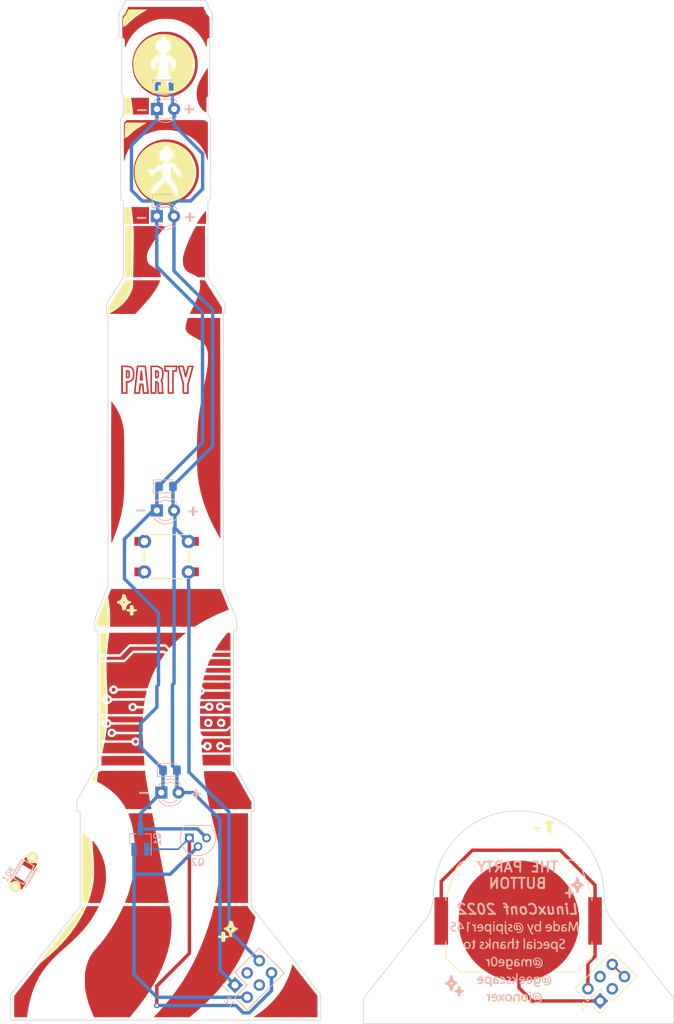
<source format=kicad_pcb>
(kicad_pcb (version 20171130) (host pcbnew "(5.1.6)-1")
  (layers (0 F.Cu signal) (31 B.Cu signal) (34 B.Paste user) (35 F.Paste user) (36 B.SilkS user) (37 F.SilkS user) (38 B.Mask user) (39 F.Mask user hide) (44 Edge.Cuts user))
  (net 0 "")
  (net 1 +3V3)
  (net 2 GND)
  (net 3 /VCC)
  (net 4 "Net-(D1-Pad1)")
  (net 5 "Net-(J1-Pad5)")
  (net 6 "Net-(J1-Pad4)")
  (net 7 "Net-(J1-Pad3)")
  (net 8 /IO_high)
  (net 9 "Net-(J2-Pad5)")
  (net 10 "Net-(J2-Pad4)")
  (net 11 "Net-(J2-Pad3)")
  (module F.SilkS_g838 (layer F.Cu) (at 116.07 98.89)
    (fp_text reference G*** hide)
    (fp_text value LOGO hide)
  )
  (module SparkFun-Resistors:1210 (layer F.Cu) (at 68.237842 152.238341 239)
    (fp_text reference >NAME hide)
    (fp_text value "10K " (at 0.9144 1.879599 59) (layer B.SilkS) (effects (font (size 0.8128 0.8128) (thickness 0.127))))
    (pad 1 smd rect (at -1.59766 0 239) (size 1.19888 1.99898) (layers F.Cu F.Paste F.Mask))
    (pad 2 smd rect (at 1.59766 0 239) (size 1.19888 1.99898) (layers F.Cu F.Paste F.Mask))
  )
  (module SparkFun-Resistors:1_6W-RES (layer F.Cu) (at 68.242734 152.07237 239)
    (fp_text reference >NAME (at 0.25654 -1.25984 59) (layer B.SilkS) (effects (font (size 0.6096 0.6096) (thickness 0.0508))))
    (fp_text value >VALUE hide)
    (pad 1 thru_hole circle (at -2.49936 0 239) (size 1.6764 1.6764) (drill 0.762) (layers F&B.Cu F.Paste F.SilkS F.Mask))
    (pad 2 thru_hole circle (at 2.49936 0 239) (size 1.6764 1.6764) (drill 0.762) (layers F&B.Cu F.Paste F.SilkS F.Mask))
  )
  (module F.Mask_g842 (layer F.Cu) (at 108.01 155.03)
    (fp_text reference G*** hide)
    (fp_text value LOGO hide)
  )
  (module F.Cu_g824 (layer F.Cu) (at 111.83 98.53)
    (fp_text reference G*** hide)
    (fp_text value LOGO hide)
    (fp_poly (pts (xy -25.134925 -58.146765) (xy -27.454666 -58.146765) (xy -27.482932 -58.453682) (xy -27.51328 -58.76544) (xy -27.548659 -59.100081) (xy -27.5866 -59.436395) (xy -27.624629 -59.753171) (xy -27.660276 -60.029199) (xy -27.691069 -60.24327) (xy -27.692577 -60.252848) (xy -27.747866 -60.602098) (xy -25.134925 -60.602098) (xy -25.134925 -58.146765)) (layer F.Cu) (width 0.01))
    (fp_poly (pts (xy -32.906693 58.555948) (xy -32.716852 58.559817) (xy -32.582852 58.56614) (xy -32.517024 58.574624) (xy -32.512362 58.577908) (xy -32.531772 58.624911) (xy -32.584847 58.731778) (xy -32.664268 58.884291) (xy -32.762713 59.068227) (xy -32.801547 59.139667) (xy -33.164012 59.775801) (xy -33.540245 60.378025) (xy -33.937705 60.955171) (xy -34.363851 61.516074) (xy -34.826141 62.069567) (xy -35.332034 62.624484) (xy -35.888989 63.189658) (xy -36.504464 63.773922) (xy -37.185919 64.386111) (xy -37.359166 64.537349) (xy -38.014536 65.11724) (xy -38.602969 65.661413) (xy -39.130618 66.17689) (xy -39.603635 66.670692) (xy -40.028171 67.149842) (xy -40.410378 67.621359) (xy -40.756409 68.092267) (xy -41.072415 68.569586) (xy -41.364547 69.060337) (xy -41.438908 69.193833) (xy -41.799852 69.915645) (xy -42.127682 70.70282) (xy -42.418045 71.541088) (xy -42.666587 72.41618) (xy -42.868956 73.313825) (xy -43.020797 74.219756) (xy -43.056454 74.496083) (xy -43.108434 74.93) (xy -45.000333 74.93) (xy -45.000333 71.790644) (xy -43.099722 69.381) (xy -42.729448 68.911997) (xy -42.407131 68.504868) (xy -42.128677 68.15471) (xy -41.889993 67.856619) (xy -41.686984 67.605693) (xy -41.515558 67.397028) (xy -41.37162 67.225721) (xy -41.251076 67.08687) (xy -41.149833 66.97557) (xy -41.063798 66.886919) (xy -40.988875 66.816013) (xy -40.920972 66.757951) (xy -40.887806 66.731766) (xy -40.328063 66.282742) (xy -39.74455 65.78109) (xy -39.154628 65.243358) (xy -38.575654 64.686095) (xy -38.02499 64.125849) (xy -37.519994 63.57917) (xy -37.227144 63.242119) (xy -36.604942 62.467151) (xy -36.021679 61.663507) (xy -35.486817 60.845783) (xy -35.00982 60.028577) (xy -34.60015 59.226483) (xy -34.540017 59.097333) (xy -34.297134 58.568167) (xy -33.404567 58.556741) (xy -33.140042 58.554825) (xy -32.906693 58.555948)) (layer F.Cu) (width 0.01))
    (fp_poly (pts (xy -21.926367 59.40425) (xy -21.878589 59.689605) (xy -21.842592 59.922298) (xy -21.816755 60.123005) (xy -21.799459 60.312402) (xy -21.789084 60.511165) (xy -21.78401 60.739968) (xy -21.782616 61.019489) (xy -21.782909 61.235167) (xy -21.819366 62.250002) (xy -21.924749 63.256684) (xy -22.100651 64.261523) (xy -22.348667 65.270828) (xy -22.670391 66.290911) (xy -23.067418 67.32808) (xy -23.541342 68.388647) (xy -23.644048 68.601167) (xy -24.099322 69.485798) (xy -24.594046 70.356387) (xy -25.134671 71.222613) (xy -25.727649 72.094154) (xy -26.379434 72.980689) (xy -27.096477 73.891897) (xy -27.489252 74.369083) (xy -27.957437 74.93) (xy -33.21777 74.93) (xy -33.438628 74.420854) (xy -33.76982 73.605893) (xy -34.04208 72.819178) (xy -34.262884 72.036438) (xy -34.43971 71.233401) (xy -34.469113 71.075642) (xy -34.499802 70.896467) (xy -34.523209 70.73061) (xy -34.540261 70.562292) (xy -34.551881 70.375732) (xy -34.558997 70.15515) (xy -34.562534 69.884767) (xy -34.563417 69.548801) (xy -34.563352 69.469) (xy -34.56242 69.130642) (xy -34.559815 68.861737) (xy -34.554448 68.647074) (xy -34.545228 68.47144) (xy -34.531066 68.319623) (xy -34.510871 68.176413) (xy -34.483554 68.026598) (xy -34.448023 67.854965) (xy -34.447518 67.852597) (xy -34.288239 67.225415) (xy -34.089004 66.643504) (xy -33.854142 66.117373) (xy -33.587981 65.657529) (xy -33.479528 65.502346) (xy -33.385979 65.381946) (xy -33.251358 65.216977) (xy -33.091078 65.02594) (xy -32.920547 64.82734) (xy -32.851955 64.748833) (xy -32.506956 64.352589) (xy -32.208523 64.000803) (xy -31.944206 63.677226) (xy -31.701554 63.365607) (xy -31.468117 63.049697) (xy -31.231443 62.713246) (xy -30.979084 62.340005) (xy -30.808522 62.081833) (xy -30.509496 61.617587) (xy -30.240365 61.179801) (xy -29.988174 60.745752) (xy -29.739971 60.292714) (xy -29.482803 59.797965) (xy -29.306357 59.446583) (xy -28.859607 58.547) (xy -22.072234 58.547) (xy -21.926367 59.40425)) (layer F.Cu) (width 0.01))
    (fp_poly (pts (xy -10.474284 58.697422) (xy -10.436833 58.792275) (xy -10.349368 58.938738) (xy -10.209769 59.13997) (xy -10.015914 59.399133) (xy -9.920528 59.522522) (xy -9.394991 60.1972) (xy -9.570602 60.885517) (xy -9.876191 61.964383) (xy -10.244498 63.059661) (xy -10.66624 64.147549) (xy -11.132133 65.204245) (xy -11.632894 66.205946) (xy -11.680117 66.294) (xy -12.387356 67.524304) (xy -13.156031 68.706162) (xy -13.988978 69.842886) (xy -14.889033 70.937789) (xy -15.859033 71.994182) (xy -16.901815 73.015377) (xy -18.020214 74.004687) (xy -18.886669 74.709159) (xy -19.167838 74.93) (xy -21.775919 74.93) (xy -22.237174 74.929588) (xy -22.672393 74.928402) (xy -23.074356 74.926514) (xy -23.435842 74.923995) (xy -23.749631 74.920918) (xy -24.008501 74.917355) (xy -24.205232 74.913379) (xy -24.332603 74.909061) (xy -24.383394 74.904475) (xy -24.384 74.903911) (xy -24.355912 74.866828) (xy -24.277656 74.778921) (xy -24.158245 74.649912) (xy -24.006691 74.489526) (xy -23.832007 74.307486) (xy -23.812283 74.28709) (xy -22.835252 73.223692) (xy -21.894695 72.092386) (xy -20.999102 70.905172) (xy -20.156963 69.67405) (xy -19.376769 68.411021) (xy -18.667009 67.128084) (xy -18.458123 66.719247) (xy -17.978691 65.715861) (xy -17.510716 64.647075) (xy -17.061269 63.532041) (xy -16.892278 63.076667) (xy -14.689666 63.076667) (xy -14.651037 63.15667) (xy -14.54893 63.216416) (xy -14.404018 63.244983) (xy -14.369143 63.246) (xy -14.181666 63.246) (xy -14.181666 63.470367) (xy -14.17259 63.607047) (xy -14.149366 63.711546) (xy -14.130866 63.745533) (xy -14.044633 63.789706) (xy -13.946981 63.788601) (xy -13.876665 63.74461) (xy -13.868696 63.729371) (xy -13.853461 63.648855) (xy -13.844248 63.521433) (xy -13.843 63.454204) (xy -13.843 63.246) (xy -13.655524 63.246) (xy -13.50586 63.229163) (xy -13.406225 63.183881) (xy -13.401524 63.179476) (xy -13.337387 63.080081) (xy -13.351109 62.997042) (xy -13.436378 62.93757) (xy -13.586882 62.908872) (xy -13.6398 62.907333) (xy -13.843 62.907333) (xy -13.843 62.677524) (xy -13.861252 62.499492) (xy -13.912029 62.375137) (xy -13.98936 62.317252) (xy -14.012333 62.314667) (xy -14.095415 62.353779) (xy -14.153447 62.462586) (xy -14.18046 62.628295) (xy -14.181666 62.677524) (xy -14.181666 62.907333) (xy -14.369143 62.907333) (xy -14.520578 62.927741) (xy -14.633669 62.981685) (xy -14.687743 63.058242) (xy -14.689666 63.076667) (xy -16.892278 63.076667) (xy -16.637418 62.389911) (xy -16.465952 61.885803) (xy -13.780137 61.885803) (xy -13.766378 61.96961) (xy -13.682861 62.037881) (xy -13.557458 62.075197) (xy -13.381314 62.143642) (xy -13.229585 62.278391) (xy -13.114724 62.461931) (xy -13.049184 62.67675) (xy -13.038666 62.804793) (xy -13.015319 62.926769) (xy -12.957229 63.026597) (xy -12.882326 63.07549) (xy -12.869333 63.076667) (xy -12.813343 63.049773) (xy -12.766524 63.010143) (xy -12.718884 62.921542) (xy -12.7 62.80878) (xy -12.66878 62.58428) (xy -12.583197 62.380389) (xy -12.455363 62.215059) (xy -12.297391 62.106242) (xy -12.206797 62.077845) (xy -12.059079 62.026915) (xy -11.987983 61.952079) (xy -11.99357 61.865583) (xy -12.075903 61.779672) (xy -12.20498 61.716718) (xy -12.336366 61.663918) (xy -12.440591 61.611913) (xy -12.472147 61.590866) (xy -12.574407 61.460577) (xy -12.652467 61.269333) (xy -12.696056 61.049128) (xy -12.730577 60.874786) (xy -12.786691 60.780313) (xy -12.79525 60.774178) (xy -12.892733 60.747818) (xy -12.96948 60.801038) (xy -13.022633 60.93066) (xy -13.04261 61.049128) (xy -13.071234 61.210107) (xy -13.115484 61.36026) (xy -13.139915 61.416955) (xy -13.228965 61.536128) (xy -13.352814 61.640478) (xy -13.481743 61.708044) (xy -13.55256 61.721842) (xy -13.635278 61.747326) (xy -13.716945 61.79892) (xy -13.780137 61.885803) (xy -16.465952 61.885803) (xy -16.246234 61.239838) (xy -15.894785 60.100975) (xy -15.590141 58.992474) (xy -15.554927 58.853917) (xy -15.477679 58.547) (xy -10.502503 58.547) (xy -10.474284 58.697422)) (layer F.Cu) (width 0.01))
    (fp_poly (pts (xy -3.899061 67.184556) (xy -3.81973 67.280065) (xy -3.696658 67.431342) (xy -3.534152 67.633003) (xy -3.336521 67.879663) (xy -3.108071 68.165937) (xy -2.853112 68.486442) (xy -2.575951 68.835793) (xy -2.280896 69.208605) (xy -2.075211 69.469) (xy -0.254199 71.776167) (xy -0.254099 73.353083) (xy -0.254 74.93) (xy -4.963583 74.927779) (xy -5.696222 74.927381) (xy -6.34869 74.926868) (xy -6.925482 74.926168) (xy -7.431092 74.925209) (xy -7.870015 74.923918) (xy -8.246748 74.922223) (xy -8.565785 74.920051) (xy -8.83162 74.917331) (xy -9.04875 74.91399) (xy -9.221669 74.909956) (xy -9.354873 74.905156) (xy -9.452856 74.899518) (xy -9.520114 74.89297) (xy -9.561141 74.88544) (xy -9.580434 74.876854) (xy -9.582486 74.867141) (xy -9.571793 74.856229) (xy -9.568229 74.853696) (xy -8.824456 74.324141) (xy -8.154283 73.802759) (xy -7.548423 73.280462) (xy -6.997589 72.748162) (xy -6.492492 72.196771) (xy -6.023845 71.617202) (xy -5.582359 71.000367) (xy -5.492725 70.866) (xy -5.226609 70.430871) (xy -4.965332 69.944662) (xy -4.717373 69.42707) (xy -4.491211 68.897792) (xy -4.295323 68.376524) (xy -4.138189 67.882963) (xy -4.039058 67.488867) (xy -4.001605 67.331691) (xy -3.965906 67.213951) (xy -3.93785 67.153993) (xy -3.930343 67.1502) (xy -3.899061 67.184556)) (layer F.Cu) (width 0.01))
    (fp_poly (pts (xy -33.389909 48.927445) (xy -33.314806 49.015412) (xy -33.212519 49.144848) (xy -33.09358 49.301701) (xy -32.96852 49.471916) (xy -32.847872 49.641443) (xy -32.742166 49.796227) (xy -32.681733 49.889833) (xy -32.332947 50.514703) (xy -32.029225 51.190731) (xy -31.78102 51.891806) (xy -31.598789 52.591815) (xy -31.597532 52.597785) (xy -31.540933 52.935309) (xy -31.497842 53.331421) (xy -31.469296 53.760964) (xy -31.456337 54.198783) (xy -31.460003 54.619722) (xy -31.481335 54.998623) (xy -31.493355 55.11829) (xy -31.556714 55.558183) (xy -31.647204 56.029162) (xy -31.759099 56.508952) (xy -31.886674 56.975277) (xy -32.024202 57.405859) (xy -32.165957 57.778423) (xy -32.193526 57.842238) (xy -32.299266 58.081333) (xy -33.188799 58.081333) (xy -33.515147 58.079328) (xy -33.770692 58.07343) (xy -33.951756 58.063816) (xy -34.05466 58.050664) (xy -34.078333 58.038546) (xy -34.065158 57.984054) (xy -34.029226 57.866651) (xy -33.975932 57.703274) (xy -33.910667 57.510864) (xy -33.906499 57.498796) (xy -33.746849 56.999497) (xy -33.596174 56.457184) (xy -33.462828 55.905301) (xy -33.355169 55.377297) (xy -33.31067 55.113974) (xy -33.262519 54.709745) (xy -33.230473 54.230043) (xy -33.214539 53.682518) (xy -33.214727 53.074818) (xy -33.231046 52.414593) (xy -33.263507 51.709494) (xy -33.305718 51.054) (xy -33.342536 50.54233) (xy -33.372834 50.110124) (xy -33.396891 49.752452) (xy -33.414984 49.464385) (xy -33.427391 49.240992) (xy -33.434389 49.077345) (xy -33.436255 48.968514) (xy -33.433268 48.90957) (xy -33.427296 48.895) (xy -33.389909 48.927445)) (layer F.Cu) (width 0.01))
    (fp_poly (pts (xy -24.617992 44.968583) (xy -24.607464 45.022068) (xy -24.582427 45.153019) (xy -24.543961 45.355685) (xy -24.493146 45.624313) (xy -24.431063 45.953152) (xy -24.358792 46.336449) (xy -24.277413 46.768452) (xy -24.188006 47.243409) (xy -24.091652 47.755567) (xy -23.989432 48.299175) (xy -23.882424 48.86848) (xy -23.77171 49.457731) (xy -23.658371 50.061174) (xy -23.543485 50.673058) (xy -23.428134 51.28763) (xy -23.313398 51.899139) (xy -23.200356 52.501832) (xy -23.09009 53.089957) (xy -22.98368 53.657762) (xy -22.882206 54.199495) (xy -22.786748 54.709403) (xy -22.698386 55.181734) (xy -22.618201 55.610737) (xy -22.547274 55.990659) (xy -22.486683 56.315747) (xy -22.459765 56.460433) (xy -22.395728 56.806675) (xy -22.336919 57.128059) (xy -22.285091 57.41473) (xy -22.242001 57.656831) (xy -22.209405 57.844506) (xy -22.189058 57.967899) (xy -22.182666 58.016183) (xy -22.189443 58.02834) (xy -22.213396 58.038906) (xy -22.259963 58.047989) (xy -22.334581 58.055698) (xy -22.442685 58.062144) (xy -22.589714 58.067435) (xy -22.781104 58.07168) (xy -23.022291 58.074989) (xy -23.318712 58.077471) (xy -23.675804 58.079235) (xy -24.099004 58.08039) (xy -24.593749 58.081046) (xy -25.165474 58.081312) (xy -25.425696 58.081333) (xy -26.047632 58.081081) (xy -26.589598 58.080272) (xy -27.056287 58.078829) (xy -27.452396 58.076676) (xy -27.782617 58.073734) (xy -28.051646 58.069928) (xy -28.264178 58.06518) (xy -28.424907 58.059412) (xy -28.538528 58.052548) (xy -28.609735 58.044511) (xy -28.643223 58.035223) (xy -28.646962 58.028417) (xy -28.178836 56.780073) (xy -27.792873 55.51131) (xy -27.489006 54.221858) (xy -27.267164 52.911452) (xy -27.21169 52.472167) (xy -27.185306 52.168461) (xy -27.16722 51.797752) (xy -27.157227 51.377277) (xy -27.15512 50.924269) (xy -27.160692 50.455966) (xy -27.173738 49.989603) (xy -27.194051 49.542415) (xy -27.221424 49.131637) (xy -27.255652 48.774507) (xy -27.255985 48.771637) (xy -27.331283 48.165822) (xy -27.409109 47.630228) (xy -27.492486 47.150407) (xy -27.584438 46.711916) (xy -27.687986 46.300309) (xy -27.806156 45.90114) (xy -27.938978 45.508333) (xy -28.008542 45.313067) (xy -28.069141 45.142102) (xy -28.114232 45.01396) (xy -28.137184 44.947417) (xy -28.139119 44.929219) (xy -28.126875 44.914263) (xy -28.093036 44.902233) (xy -28.030185 44.892813) (xy -27.930906 44.885686) (xy -27.78778 44.880535) (xy -27.59339 44.877045) (xy -27.340321 44.874898) (xy -27.021154 44.873778) (xy -26.628472 44.87337) (xy -26.400577 44.873333) (xy -24.639613 44.873333) (xy -24.617992 44.968583)) (layer F.Cu) (width 0.01))
    (fp_poly (pts (xy -10.498666 58.081333) (xy -12.935686 58.081333) (xy -13.451555 58.08122) (xy -13.889101 58.080751) (xy -14.254667 58.079731) (xy -14.554596 58.077965) (xy -14.795232 58.07526) (xy -14.982917 58.071421) (xy -15.123996 58.066253) (xy -15.224812 58.059561) (xy -15.291707 58.051151) (xy -15.331026 58.040828) (xy -15.34911 58.028398) (xy -15.352305 58.013666) (xy -15.350883 58.00725) (xy -15.32299 57.896053) (xy -15.283918 57.717548) (xy -15.236808 57.487874) (xy -15.184801 57.223169) (xy -15.131037 56.939572) (xy -15.078656 56.653221) (xy -15.0308 56.380256) (xy -15.008883 56.249796) (xy -14.821706 54.916875) (xy -14.707141 53.627232) (xy -14.665193 52.380589) (xy -14.695869 51.17667) (xy -14.799176 50.015198) (xy -14.975119 48.895897) (xy -15.198826 47.911965) (xy -15.24969 47.716552) (xy -15.313079 47.470249) (xy -15.385824 47.185622) (xy -15.46476 46.875236) (xy -15.546717 46.551655) (xy -15.62853 46.227445) (xy -15.707031 45.915172) (xy -15.779052 45.627399) (xy -15.841426 45.376693) (xy -15.890986 45.175619) (xy -15.924564 45.036741) (xy -15.935444 44.98975) (xy -15.96128 44.873333) (xy -10.498666 44.873333) (xy -10.498666 58.081333)) (layer F.Cu) (width 0.01))
    (fp_poly (pts (xy -25.676061 38.872583) (xy -25.649662 39.095679) (xy -25.61455 39.354671) (xy -25.569667 39.655992) (xy -25.513955 40.006072) (xy -25.446358 40.411341) (xy -25.365816 40.878231) (xy -25.271272 41.413172) (xy -25.161669 42.022597) (xy -25.121751 42.242597) (xy -25.049809 42.63868) (xy -24.98272 43.00871) (xy -24.921963 43.344473) (xy -24.869021 43.637754) (xy -24.825373 43.880337) (xy -24.792501 44.064007) (xy -24.771886 44.180549) (xy -24.765 44.22168) (xy -24.805907 44.225152) (xy -24.922928 44.228379) (xy -25.107508 44.231284) (xy -25.351094 44.23379) (xy -25.645133 44.235822) (xy -25.98107 44.237301) (xy -26.350353 44.238152) (xy -26.623625 44.238333) (xy -28.482251 44.238333) (xy -28.619397 43.994917) (xy -29.053024 43.309129) (xy -29.559736 42.657473) (xy -30.132525 42.046631) (xy -30.764384 41.483283) (xy -31.448304 40.974111) (xy -32.177279 40.525796) (xy -32.363833 40.425011) (xy -32.533834 40.335322) (xy -32.674094 40.260747) (xy -32.768943 40.209656) (xy -32.802458 40.190728) (xy -32.800949 40.147629) (xy -32.787236 40.037897) (xy -32.764063 39.878234) (xy -32.734174 39.685343) (xy -32.700312 39.475927) (xy -32.665222 39.26669) (xy -32.631647 39.074333) (xy -32.602332 38.915561) (xy -32.58002 38.807076) (xy -32.568534 38.76675) (xy -32.515112 38.739642) (xy -32.472352 38.735) (xy -32.381115 38.704356) (xy -32.342666 38.6715) (xy -32.324754 38.65968) (xy -32.288346 38.649393) (xy -32.228009 38.640538) (xy -32.138309 38.633011) (xy -32.013815 38.626708) (xy -31.849092 38.621528) (xy -31.638708 38.617365) (xy -31.37723 38.614118) (xy -31.059225 38.611683) (xy -30.67926 38.609958) (xy -30.231901 38.608838) (xy -29.711716 38.608221) (xy -29.113272 38.608004) (xy -28.997306 38.608) (xy -25.704646 38.608) (xy -25.676061 38.872583)) (layer F.Cu) (width 0.01))
    (fp_poly (pts (xy -14.975416 38.65168) (xy -14.49636 38.652317) (xy -14.09503 38.653681) (xy -13.76449 38.65598) (xy -13.497802 38.659421) (xy -13.288028 38.66421) (xy -13.12823 38.670556) (xy -13.01147 38.678666) (xy -12.930811 38.688747) (xy -12.879314 38.701006) (xy -12.850659 38.71518) (xy -12.747862 38.761152) (xy -12.638992 38.77781) (xy -12.611271 38.779627) (xy -12.583516 38.788516) (xy -12.552324 38.809949) (xy -12.514291 38.849401) (xy -12.466012 38.912345) (xy -12.404085 39.004256) (xy -12.325106 39.130605) (xy -12.225671 39.296868) (xy -12.102376 39.508518) (xy -11.951818 39.771029) (xy -11.770592 40.089873) (xy -11.555296 40.470526) (xy -11.302526 40.91846) (xy -11.250395 41.010893) (xy -9.991291 43.2435) (xy -9.990979 43.740917) (xy -9.990666 44.238333) (xy -16.119452 44.238333) (xy -16.314028 43.232917) (xy -16.383512 42.864984) (xy -16.456028 42.464849) (xy -16.53005 42.04225) (xy -16.604055 41.606927) (xy -16.676519 41.16862) (xy -16.745918 40.737069) (xy -16.810727 40.322014) (xy -16.869423 39.933195) (xy -16.920481 39.580351) (xy -16.962377 39.273223) (xy -16.993587 39.02155) (xy -17.012587 38.835072) (xy -17.018 38.734204) (xy -17.016094 38.714979) (xy -17.005685 38.698948) (xy -16.979741 38.685825) (xy -16.931226 38.675327) (xy -16.853107 38.66717) (xy -16.73835 38.66107) (xy -16.579919 38.656741) (xy -16.370783 38.653901) (xy -16.103905 38.652265) (xy -15.772253 38.651549) (xy -15.368792 38.651468) (xy -14.975416 38.65168)) (layer F.Cu) (width 0.01))
    (fp_poly (pts (xy -25.850532 36.734478) (xy -25.834116 36.944039) (xy -25.815373 37.188012) (xy -25.798143 37.416368) (xy -25.796887 37.43325) (xy -25.769357 37.803667) (xy -32.133097 37.803667) (xy -32.109833 36.427833) (xy -28.99324 36.416978) (xy -25.876646 36.406123) (xy -25.850532 36.734478)) (layer F.Cu) (width 0.01))
    (fp_poly (pts (xy -13.298107 18.25414) (xy -13.102166 18.266833) (xy -13.091493 28.03525) (xy -13.080819 37.803667) (xy -17.133092 37.803667) (xy -17.183307 37.136917) (xy -17.201191 36.900029) (xy -17.21742 36.686087) (xy -17.230671 36.512483) (xy -17.239617 36.396607) (xy -17.242178 36.364333) (xy -17.250833 36.2585) (xy -13.123333 36.236528) (xy -13.123333 35.898667) (xy -17.262125 35.898667) (xy -17.287651 35.803417) (xy -17.302015 35.708348) (xy -17.311535 35.566312) (xy -17.313755 35.46475) (xy -17.312141 35.327856) (xy -17.299565 35.255245) (xy -17.265682 35.226535) (xy -17.200144 35.221344) (xy -17.190186 35.221333) (xy -17.084404 35.244233) (xy -17.038649 35.307629) (xy -16.975833 35.397851) (xy -16.857678 35.49163) (xy -16.710904 35.571667) (xy -16.562228 35.620663) (xy -16.552333 35.622502) (xy -16.413711 35.624303) (xy -16.262703 35.574169) (xy -16.216145 35.551265) (xy -16.02391 35.421506) (xy -15.904252 35.262088) (xy -15.846388 35.058189) (xy -15.84414 35.039814) (xy -15.850723 34.940028) (xy -15.197666 34.940028) (xy -15.161336 35.171022) (xy -15.061248 35.360921) (xy -14.910758 35.50111) (xy -14.72322 35.582975) (xy -14.51199 35.597903) (xy -14.290422 35.537279) (xy -14.279537 35.532217) (xy -14.161485 35.450808) (xy -14.049458 35.334417) (xy -14.024097 35.299384) (xy -13.916415 35.136667) (xy -13.123333 35.136667) (xy -13.123333 34.798) (xy -13.52401 34.798) (xy -13.711992 34.796545) (xy -13.833249 34.789649) (xy -13.905707 34.773514) (xy -13.947292 34.744344) (xy -13.973683 34.70275) (xy -14.115901 34.502985) (xy -14.293026 34.372453) (xy -14.491413 34.313167) (xy -14.697419 34.327143) (xy -14.897401 34.416398) (xy -15.044938 34.544525) (xy -15.137417 34.657811) (xy -15.182727 34.756689) (xy -15.19701 34.882964) (xy -15.197666 34.940028) (xy -15.850723 34.940028) (xy -15.858068 34.828713) (xy -15.939466 34.641977) (xy -16.07343 34.490097) (xy -16.245059 34.383565) (xy -16.439451 34.332871) (xy -16.641703 34.348506) (xy -16.76106 34.394313) (xy -16.869221 34.469273) (xy -16.97646 34.572991) (xy -17.061164 34.681058) (xy -17.101718 34.769066) (xy -17.102666 34.780081) (xy -17.14052 34.827192) (xy -17.224375 34.840333) (xy -17.313599 34.826248) (xy -17.357639 34.766861) (xy -17.372541 34.708042) (xy -17.399147 34.509759) (xy -17.383669 34.368826) (xy -17.322908 34.267384) (xy -17.288037 34.236068) (xy -17.19271 34.133464) (xy -17.11851 34.008619) (xy -17.118135 34.007725) (xy -17.059197 33.866667) (xy -13.123333 33.866667) (xy -13.123333 33.485667) (xy -17.08752 33.485667) (xy -17.285593 33.295879) (xy -17.399649 33.177576) (xy -17.460405 33.085011) (xy -17.482419 32.993292) (xy -17.483666 32.957212) (xy -17.483666 32.808333) (xy -13.583932 32.808333) (xy -13.353632 32.590526) (xy -13.235888 32.476184) (xy -13.167181 32.393236) (xy -13.134314 32.315672) (xy -13.12409 32.217481) (xy -13.123333 32.136665) (xy -13.123333 31.900612) (xy -13.389055 32.163973) (xy -13.654778 32.427333) (xy -17.513322 32.427333) (xy -17.540827 32.03983) (xy -17.551968 31.835999) (xy -17.560943 31.582575) (xy -17.561088 31.575812) (xy -16.983128 31.575812) (xy -16.936261 31.779081) (xy -16.901918 31.847287) (xy -16.759007 32.016847) (xy -16.573723 32.127663) (xy -16.365825 32.174369) (xy -16.155072 32.1516) (xy -16.012196 32.088895) (xy -15.84393 31.944579) (xy -15.742608 31.769304) (xy -15.704035 31.578019) (xy -15.712075 31.500609) (xy -15.100272 31.500609) (xy -15.098035 31.614151) (xy -15.026429 31.820775) (xy -14.895584 31.987025) (xy -14.722346 32.104874) (xy -14.523561 32.166294) (xy -14.316073 32.163258) (xy -14.116728 32.087737) (xy -14.111264 32.0844) (xy -13.970757 31.956761) (xy -13.862114 31.782201) (xy -13.804916 31.595305) (xy -13.800666 31.535834) (xy -13.838467 31.326802) (xy -13.941168 31.149835) (xy -14.092717 31.013529) (xy -14.277062 30.926478) (xy -14.478152 30.897276) (xy -14.679934 30.934518) (xy -14.804092 30.998583) (xy -14.946554 31.135088) (xy -15.049956 31.312221) (xy -15.100272 31.500609) (xy -15.712075 31.500609) (xy -15.724015 31.38567) (xy -15.798351 31.207205) (xy -15.922846 31.057571) (xy -16.093304 30.951716) (xy -16.30553 30.904587) (xy -16.344989 30.903491) (xy -16.558533 30.940545) (xy -16.738243 31.041766) (xy -16.874995 31.191693) (xy -16.959665 31.374862) (xy -16.983128 31.575812) (xy -17.561088 31.575812) (xy -17.566715 31.314625) (xy -17.568333 31.108496) (xy -17.568333 30.564667) (xy -13.123333 30.564667) (xy -13.123333 30.183667) (xy -17.568333 30.183667) (xy -17.568333 29.421667) (xy -17.192202 29.421667) (xy -17.011147 29.42318) (xy -16.895042 29.43089) (xy -16.824182 29.449554) (xy -16.778865 29.483929) (xy -16.745402 29.529521) (xy -16.600686 29.680006) (xy -16.416754 29.769402) (xy -16.213208 29.79752) (xy -16.00965 29.764172) (xy -15.825681 29.669168) (xy -15.699197 29.539581) (xy -15.621862 29.374266) (xy -15.588129 29.184364) (xy -15.237518 29.184364) (xy -15.187613 29.390633) (xy -15.060948 29.580965) (xy -15.02175 29.620207) (xy -14.836405 29.748629) (xy -14.64034 29.794573) (xy -14.427583 29.758765) (xy -14.307053 29.707417) (xy -14.124175 29.57601) (xy -14.0335 29.453531) (xy -13.948833 29.294895) (xy -13.123333 29.294667) (xy -13.123333 28.913667) (xy -13.55725 28.912036) (xy -13.991166 28.910405) (xy -14.075833 28.778448) (xy -14.218228 28.627029) (xy -14.401559 28.532942) (xy -14.603866 28.50058) (xy -14.803189 28.534337) (xy -14.937919 28.605987) (xy -15.111546 28.778436) (xy -15.211787 28.975763) (xy -15.237518 29.184364) (xy -15.588129 29.184364) (xy -15.586757 29.176646) (xy -15.598833 28.986377) (xy -15.621064 28.913511) (xy -15.73688 28.737371) (xy -15.907866 28.606387) (xy -16.1115 28.532068) (xy -16.325256 28.525926) (xy -16.36492 28.533363) (xy -16.503567 28.591947) (xy -16.645386 28.694217) (xy -16.763551 28.81663) (xy -16.831231 28.935645) (xy -16.833778 28.944774) (xy -16.851271 28.991638) (xy -16.886858 29.020099) (xy -16.958554 29.034712) (xy -17.084377 29.040033) (xy -17.213089 29.040667) (xy -17.568333 29.040667) (xy -17.567965 28.92425) (xy -17.562635 28.813351) (xy -17.549511 28.663318) (xy -17.540902 28.585583) (xy -17.514207 28.363333) (xy -13.123333 28.363333) (xy -13.123333 28.024667) (xy -17.483666 28.024667) (xy -17.483666 27.771235) (xy -17.481507 27.62989) (xy -17.466704 27.547994) (xy -17.426777 27.50033) (xy -17.34924 27.461679) (xy -17.325494 27.451714) (xy -17.107701 27.323935) (xy -16.962647 27.152939) (xy -16.931601 27.089152) (xy -16.880728 26.966333) (xy -13.123333 26.966333) (xy -13.123333 26.585333) (xy -16.892424 26.585333) (xy -17.280374 26.183167) (xy -17.179644 25.611667) (xy -13.123333 25.611667) (xy -13.123333 25.273) (xy -15.113 25.273) (xy -15.514357 25.272533) (xy -15.888633 25.271194) (xy -16.22756 25.269078) (xy -16.522871 25.266279) (xy -16.7663 25.262891) (xy -16.949578 25.259009) (xy -17.064439 25.254727) (xy -17.102666 25.250301) (xy -17.093023 25.201654) (xy -17.067269 25.091142) (xy -17.030164 24.938955) (xy -17.012802 24.869301) (xy -16.922937 24.511) (xy -13.123333 24.511) (xy -13.123333 24.13) (xy -14.969362 24.13) (xy -15.429268 24.129534) (xy -15.810617 24.128018) (xy -16.119515 24.125276) (xy -16.362069 24.12113) (xy -16.544384 24.115404) (xy -16.672567 24.10792) (xy -16.752722 24.098502) (xy -16.790956 24.086973) (xy -16.79589 24.077083) (xy -16.7735 24.012322) (xy -16.733262 23.892621) (xy -16.683748 23.743481) (xy -16.682076 23.738417) (xy -16.587764 23.452667) (xy -13.123333 23.452667) (xy -13.123333 23.114971) (xy -16.461529 23.092833) (xy -16.289309 22.6695) (xy -16.214774 22.490669) (xy -16.148074 22.338567) (xy -16.097673 22.23205) (xy -16.075528 22.19325) (xy -16.043706 22.178243) (xy -15.96974 22.166117) (xy -15.846936 22.156635) (xy -15.668602 22.149561) (xy -15.428047 22.144659) (xy -15.118578 22.14169) (xy -14.733502 22.14042) (xy -14.57865 22.140333) (xy -13.123333 22.140333) (xy -13.123333 21.801667) (xy -14.499166 21.801667) (xy -14.830756 21.800728) (xy -15.133531 21.798065) (xy -15.397561 21.793908) (xy -15.612918 21.788485) (xy -15.76967 21.782027) (xy -15.857888 21.774761) (xy -15.87381 21.769917) (xy -15.854504 21.719082) (xy -15.805039 21.616354) (xy -15.736226 21.484167) (xy -15.599833 21.230167) (xy -13.123333 21.207721) (xy -13.123333 20.870333) (xy -14.245166 20.870333) (xy -14.543393 20.869006) (xy -14.811796 20.865266) (xy -15.039366 20.859473) (xy -15.215094 20.851988) (xy -15.32797 20.843172) (xy -15.367 20.833575) (xy -15.344168 20.780158) (xy -15.281168 20.669935) (xy -15.186249 20.515562) (xy -15.067655 20.329691) (xy -14.933634 20.124978) (xy -14.792431 19.914076) (xy -14.652293 19.70964) (xy -14.521466 19.524323) (xy -14.449845 19.426192) (xy -14.291322 19.217597) (xy -14.105686 18.980931) (xy -13.921305 18.752079) (xy -13.824502 18.63514) (xy -13.494048 18.241448) (xy -13.298107 18.25414)) (layer F.Cu) (width 0.01))
    (fp_poly (pts (xy -26.035 32.850667) (xy -28.0035 32.850667) (xy -28.51676 32.849765) (xy -28.95549 32.847084) (xy -29.317999 32.842661) (xy -29.602595 32.836532) (xy -29.807586 32.828732) (xy -29.931282 32.819298) (xy -29.972 32.808455) (xy -30.004373 32.734223) (xy -30.087078 32.635286) (xy -30.198489 32.531562) (xy -30.316985 32.442967) (xy -30.42094 32.389417) (xy -30.429917 32.386698) (xy -30.636356 32.370642) (xy -30.843075 32.424518) (xy -31.026894 32.536909) (xy -31.164632 32.696395) (xy -31.199602 32.765844) (xy -31.234596 32.939803) (xy -31.220177 33.139015) (xy -31.161292 33.323823) (xy -31.121469 33.391914) (xy -30.970841 33.538804) (xy -30.784799 33.624515) (xy -30.582544 33.649663) (xy -30.383276 33.614862) (xy -30.206195 33.520729) (xy -30.070501 33.367878) (xy -30.064774 33.358051) (xy -29.993166 33.232202) (xy -28.022521 33.231934) (xy -26.051875 33.231667) (xy -26.000058 34.347645) (xy -25.984863 34.663993) (xy -25.969327 34.967949) (xy -25.954289 35.24447) (xy -25.940591 35.478512) (xy -25.929072 35.655032) (xy -25.921999 35.744645) (xy -25.895757 36.025667) (xy -28.949878 36.025667) (xy -29.44998 36.025238) (xy -29.924594 36.023999) (xy -30.367046 36.022018) (xy -30.770664 36.019365) (xy -31.128776 36.01611) (xy -31.434709 36.012321) (xy -31.681791 36.008068) (xy -31.86335 36.00342) (xy -31.972712 35.998448) (xy -32.003937 35.993917) (xy -31.995216 35.944196) (xy -31.971043 35.82565) (xy -31.934337 35.652103) (xy -31.888019 35.437378) (xy -31.840745 35.221333) (xy -31.677615 34.4805) (xy -29.681807 34.469502) (xy -29.176795 34.467369) (xy -28.752556 34.46704) (xy -28.405217 34.468586) (xy -28.130903 34.472076) (xy -27.925738 34.47758) (xy -27.785848 34.485166) (xy -27.707358 34.494904) (xy -27.686 34.5053) (xy -27.651711 34.601141) (xy -27.562974 34.712871) (xy -27.440983 34.818344) (xy -27.316637 34.891243) (xy -27.098594 34.952264) (xy -26.898399 34.931784) (xy -26.709636 34.828525) (xy -26.62555 34.75355) (xy -26.487135 34.563346) (xy -26.426484 34.357019) (xy -26.443244 34.148751) (xy -26.537065 33.952727) (xy -26.648451 33.830347) (xy -26.846279 33.705558) (xy -27.055549 33.661103) (xy -27.264952 33.695765) (xy -27.46318 33.808325) (xy -27.588215 33.931591) (xy -27.746262 34.120667) (xy -29.663464 34.120667) (xy -30.116091 34.120551) (xy -30.491299 34.120004) (xy -30.796341 34.118722) (xy -31.038463 34.116403) (xy -31.224917 34.112744) (xy -31.36295 34.107443) (xy -31.459814 34.100198) (xy -31.522756 34.090706) (xy -31.559027 34.078664) (xy -31.575875 34.063771) (xy -31.58055 34.045723) (xy -31.580666 34.040676) (xy -31.573184 33.962291) (xy -31.553376 33.827289) (xy -31.5252 33.662136) (xy -31.51893 33.627926) (xy -31.493848 33.48344) (xy -31.46366 33.29554) (xy -31.431072 33.082861) (xy -31.398793 32.864035) (xy -31.369528 32.657698) (xy -31.345986 32.482483) (xy -31.330872 32.357023) (xy -31.326666 32.304452) (xy -31.289126 32.277601) (xy -31.195007 32.25257) (xy -31.152213 32.245749) (xy -31.001549 32.195626) (xy -30.850393 32.098133) (xy -30.727927 31.975974) (xy -30.667961 31.868999) (xy -30.659172 31.852342) (xy -30.639805 31.838284) (xy -30.603189 31.826605) (xy -30.542654 31.817087) (xy -30.451528 31.809508) (xy -30.323143 31.80365) (xy -30.150827 31.799292) (xy -29.92791 31.796216) (xy -29.647722 31.794202) (xy -29.303592 31.79303) (xy -28.888851 31.792481) (xy -28.396827 31.792334) (xy -28.339314 31.792333) (xy -26.035 31.792333) (xy -26.035 32.850667)) (layer F.Cu) (width 0.01))
    (fp_poly (pts (xy -16.380995 34.700301) (xy -16.272169 34.769298) (xy -16.208189 34.890038) (xy -16.199555 34.964771) (xy -16.234195 35.113925) (xy -16.324989 35.215689) (xy -16.452252 35.260313) (xy -16.596297 35.238045) (xy -16.669914 35.197766) (xy -16.749577 35.096554) (xy -16.766437 34.967296) (xy -16.72176 34.837296) (xy -16.649415 34.756346) (xy -16.513726 34.692749) (xy -16.380995 34.700301)) (layer F.Cu) (width 0.01))
    (fp_poly (pts (xy -26.895988 34.087823) (xy -26.867061 34.113417) (xy -26.809324 34.229604) (xy -26.803479 34.367069) (xy -26.848823 34.487345) (xy -26.874417 34.516272) (xy -26.990604 34.574009) (xy -27.128069 34.579854) (xy -27.248345 34.53451) (xy -27.277272 34.508916) (xy -27.335009 34.392729) (xy -27.340854 34.255264) (xy -27.29551 34.134988) (xy -27.269916 34.106061) (xy -27.153729 34.048324) (xy -27.016264 34.042479) (xy -26.895988 34.087823)) (layer F.Cu) (width 0.01))
    (fp_poly (pts (xy -17.399 33.760833) (xy -17.420166 33.782) (xy -17.441333 33.760833) (xy -17.420166 33.739667) (xy -17.399 33.760833)) (layer F.Cu) (width 0.01))
    (fp_poly (pts (xy -30.450318 32.766468) (xy -30.355712 32.857637) (xy -30.311569 32.992573) (xy -30.310666 33.016927) (xy -30.349717 33.151406) (xy -30.422209 33.228594) (xy -30.556871 33.303813) (xy -30.677707 33.29866) (xy -30.79934 33.212508) (xy -30.799424 33.212424) (xy -30.88563 33.090786) (xy -30.890836 32.969954) (xy -30.81567 32.835306) (xy -30.815594 32.835209) (xy -30.702392 32.747289) (xy -30.573256 32.72703) (xy -30.450318 32.766468)) (layer F.Cu) (width 0.01))
    (fp_poly (pts (xy -31.11895 31.362831) (xy -31.046397 31.450947) (xy -30.997334 31.56045) (xy -30.988 31.623) (xy -31.017225 31.744363) (xy -31.089829 31.850646) (xy -31.183208 31.913081) (xy -31.220833 31.919333) (xy -31.274328 31.884728) (xy -31.283965 31.84525) (xy -31.276866 31.711959) (xy -31.259628 31.568892) (xy -31.236549 31.440764) (xy -31.211929 31.352291) (xy -31.19377 31.326667) (xy -31.11895 31.362831)) (layer F.Cu) (width 0.01))
    (fp_poly (pts (xy -28.054599 30.607153) (xy -27.59619 30.607717) (xy -27.21037 30.608847) (xy -26.891102 30.610702) (xy -26.632347 30.613437) (xy -26.428068 30.617209) (xy -26.272227 30.622174) (xy -26.158784 30.628489) (xy -26.081703 30.636311) (xy -26.034944 30.645796) (xy -26.012471 30.6571) (xy -26.008243 30.670382) (xy -26.009304 30.673962) (xy -26.021193 30.745646) (xy -26.030165 30.877253) (xy -26.03472 31.044049) (xy -26.035 31.097296) (xy -26.035 31.453667) (xy -28.342166 31.453667) (xy -28.903922 31.452896) (xy -29.389997 31.450602) (xy -29.799018 31.44681) (xy -30.129613 31.441544) (xy -30.38041 31.434829) (xy -30.550034 31.426692) (xy -30.637115 31.417156) (xy -30.649333 31.411455) (xy -30.680928 31.340362) (xy -30.760861 31.243637) (xy -30.866857 31.142357) (xy -30.976638 31.057601) (xy -31.06793 31.010449) (xy -31.075021 31.008649) (xy -31.15273 30.983786) (xy -31.188963 30.936858) (xy -31.19929 30.841068) (xy -31.199666 30.794136) (xy -31.199666 30.607) (xy -28.591637 30.607) (xy -28.054599 30.607153)) (layer F.Cu) (width 0.01))
    (fp_poly (pts (xy -25.787182 28.522083) (xy -25.811553 28.684475) (xy -25.835078 28.835181) (xy -25.846191 28.903083) (xy -25.869503 29.040667) (xy -26.873303 29.040667) (xy -26.960498 28.892884) (xy -27.102249 28.722269) (xy -27.275727 28.617696) (xy -27.466046 28.575201) (xy -27.65832 28.59082) (xy -27.837665 28.660589) (xy -27.989196 28.780543) (xy -28.098027 28.946721) (xy -28.149273 29.155156) (xy -28.15135 29.21) (xy -28.113062 29.435234) (xy -28.006291 29.622473) (xy -27.843178 29.759578) (xy -27.63586 29.834409) (xy -27.516666 29.844683) (xy -27.298665 29.807955) (xy -27.111016 29.705611) (xy -26.975218 29.549412) (xy -26.97444 29.548051) (xy -26.902833 29.422202) (xy -26.403958 29.421934) (xy -25.905084 29.421667) (xy -25.92954 29.643917) (xy -25.948889 29.81577) (xy -25.968966 29.988159) (xy -25.975925 30.046083) (xy -25.997854 30.226) (xy -31.199133 30.226) (xy -31.172109 28.771348) (xy -31.01591 28.72609) (xy -30.867424 28.657869) (xy -30.72617 28.55182) (xy -30.620422 28.431854) (xy -30.585427 28.362054) (xy -30.577806 28.344312) (xy -30.562744 28.329282) (xy -30.533683 28.316741) (xy -30.484069 28.306462) (xy -30.407343 28.298222) (xy -30.296951 28.291794) (xy -30.146335 28.286954) (xy -29.948939 28.283478) (xy -29.698207 28.28114) (xy -29.387583 28.279714) (xy -29.010509 28.278977) (xy -28.560431 28.278703) (xy -28.155222 28.278667) (xy -25.751484 28.278667) (xy -25.787182 28.522083)) (layer F.Cu) (width 0.01))
    (fp_poly (pts (xy -27.411967 28.949196) (xy -27.309668 29.036456) (xy -27.237702 29.146449) (xy -27.220333 29.22126) (xy -27.255513 29.356347) (xy -27.34555 29.450776) (xy -27.467192 29.496554) (xy -27.597184 29.48569) (xy -27.712274 29.410192) (xy -27.725261 29.394791) (xy -27.786693 29.29342) (xy -27.812985 29.203867) (xy -27.813 29.202367) (xy -27.778502 29.10556) (xy -27.694619 29.00645) (xy -27.590769 28.933697) (xy -27.516666 28.913667) (xy -27.411967 28.949196)) (layer F.Cu) (width 0.01))
    (fp_poly (pts (xy -16.032614 28.952788) (xy -16.00268 28.985918) (xy -15.938196 29.125472) (xy -15.955418 29.265391) (xy -16.050828 29.389917) (xy -16.16947 29.455368) (xy -16.289824 29.442966) (xy -16.398457 29.376261) (xy -16.488521 29.258654) (xy -16.507184 29.120313) (xy -16.452767 28.987499) (xy -16.425333 28.956) (xy -16.298397 28.88125) (xy -16.159172 28.880768) (xy -16.032614 28.952788)) (layer F.Cu) (width 0.01))
    (fp_poly (pts (xy -31.051059 27.843701) (xy -30.997419 27.8789) (xy -30.926226 27.972203) (xy -30.906434 28.09628) (xy -30.931337 28.225678) (xy -30.994232 28.334947) (xy -31.088416 28.398633) (xy -31.136166 28.405667) (xy -31.170667 28.388239) (xy -31.190413 28.325576) (xy -31.198741 28.202106) (xy -31.199666 28.109333) (xy -31.194147 27.938041) (xy -31.172565 27.842397) (xy -31.127381 27.813813) (xy -31.051059 27.843701)) (layer F.Cu) (width 0.01))
    (fp_poly (pts (xy -24.654081 21.251487) (xy -24.238406 21.252098) (xy -23.89363 21.253387) (xy -23.61287 21.255576) (xy -23.389241 21.258887) (xy -23.21586 21.263543) (xy -23.085843 21.269766) (xy -22.992308 21.277777) (xy -22.928369 21.287798) (xy -22.887143 21.300052) (xy -22.861748 21.314761) (xy -22.850752 21.325417) (xy -22.829186 21.359434) (xy -22.82729 21.40203) (xy -22.851047 21.465038) (xy -22.906437 21.560289) (xy -22.999441 21.699617) (xy -23.136039 21.894854) (xy -23.144971 21.9075) (xy -23.760727 22.848971) (xy -24.299246 23.822268) (xy -24.76375 24.833775) (xy -25.157461 25.889876) (xy -25.163477 25.908) (xy -25.338787 26.437167) (xy -27.492021 26.448141) (xy -29.645254 26.459116) (xy -29.843855 26.251979) (xy -29.980706 26.123349) (xy -30.098894 26.049622) (xy -30.218016 26.015182) (xy -30.451534 26.0146) (xy -30.659177 26.094258) (xy -30.814462 26.227179) (xy -30.931512 26.414644) (xy -30.975537 26.612146) (xy -30.954976 26.806647) (xy -30.878267 26.985107) (xy -30.753845 27.13449) (xy -30.59015 27.241755) (xy -30.395619 27.293864) (xy -30.178689 27.277779) (xy -30.141176 27.267621) (xy -30.022139 27.209575) (xy -29.89887 27.115366) (xy -29.793601 27.006463) (xy -29.728565 26.904331) (xy -29.718 26.859027) (xy -29.709088 26.844918) (xy -29.677977 26.833076) (xy -29.618105 26.823309) (xy -29.522908 26.815427) (xy -29.385824 26.809241) (xy -29.20029 26.804558) (xy -28.959744 26.80119) (xy -28.657623 26.798945) (xy -28.287363 26.797634) (xy -27.842403 26.797065) (xy -27.580166 26.797) (xy -27.163795 26.797609) (xy -26.7743 26.799356) (xy -26.419641 26.802124) (xy -26.107784 26.805794) (xy -25.846688 26.810247) (xy -25.644318 26.815365) (xy -25.508635 26.82103) (xy -25.447602 26.827123) (xy -25.444942 26.82875) (xy -25.454855 26.880103) (xy -25.479972 26.996894) (xy -25.516554 27.162043) (xy -25.56086 27.358468) (xy -25.563142 27.3685) (xy -25.678733 27.8765) (xy -28.120435 27.887427) (xy -30.562137 27.898353) (xy -30.625875 27.775097) (xy -30.716711 27.658774) (xy -30.847992 27.556009) (xy -30.987528 27.488699) (xy -31.067988 27.474333) (xy -31.15891 27.436306) (xy -31.197405 27.379083) (xy -31.209601 27.310716) (xy -31.223597 27.167941) (xy -31.238948 26.960988) (xy -31.255208 26.700086) (xy -31.271931 26.395465) (xy -31.288672 26.057354) (xy -31.304984 25.695982) (xy -31.320422 25.321578) (xy -31.33454 24.944372) (xy -31.346893 24.574594) (xy -31.357035 24.222472) (xy -31.36452 23.898237) (xy -31.368902 23.612116) (xy -31.369878 23.420917) (xy -31.369 22.606) (xy -28.6938 22.606) (xy -28.036711 21.928667) (xy -27.379622 21.251333) (xy -25.147539 21.251333) (xy -24.654081 21.251487)) (layer F.Cu) (width 0.01))
    (fp_poly (pts (xy -17.287739 26.674504) (xy -17.235873 26.767166) (xy -17.244663 26.889318) (xy -17.312078 27.01354) (xy -17.312925 27.01456) (xy -17.396183 27.1145) (xy -17.397591 27.003375) (xy -17.389927 26.877814) (xy -17.372406 26.759279) (xy -17.347087 26.672718) (xy -17.313263 26.657876) (xy -17.287739 26.674504)) (layer F.Cu) (width 0.01))
    (fp_poly (pts (xy -30.155655 26.42549) (xy -30.126728 26.451083) (xy -30.068991 26.567271) (xy -30.063146 26.704736) (xy -30.10849 26.825012) (xy -30.134083 26.853939) (xy -30.246775 26.909784) (xy -30.384252 26.919733) (xy -30.506428 26.883438) (xy -30.540476 26.857476) (xy -30.59469 26.751474) (xy -30.602852 26.615722) (xy -30.566032 26.490812) (xy -30.529583 26.443728) (xy -30.413396 26.385991) (xy -30.275931 26.380146) (xy -30.155655 26.42549)) (layer F.Cu) (width 0.01))
    (fp_poly (pts (xy -22.523654 20.550483) (xy -22.296033 20.780967) (xy -22.410838 20.931483) (xy -22.484771 21.02216) (xy -22.53771 21.075777) (xy -22.549126 21.082) (xy -22.593558 21.057273) (xy -22.674527 20.995897) (xy -22.698387 20.976167) (xy -22.824163 20.870333) (xy -27.482533 20.870333) (xy -28.139622 21.547667) (xy -28.796711 22.225) (xy -31.326666 22.225) (xy -31.326666 21.801667) (xy -29.34357 21.801667) (xy -28.633091 21.060833) (xy -27.922613 20.32) (xy -22.751274 20.32) (xy -22.523654 20.550483)) (layer F.Cu) (width 0.01))
    (fp_poly (pts (xy -22.753265 18.254732) (xy -22.194012 18.25554) (xy -21.678137 18.25677) (xy -21.21055 18.258404) (xy -20.796157 18.260424) (xy -20.439866 18.262812) (xy -20.146585 18.265548) (xy -19.921222 18.268614) (xy -19.768684 18.271993) (xy -19.693879 18.275665) (xy -19.686818 18.277262) (xy -19.719132 18.313981) (xy -19.805905 18.390766) (xy -19.9341 18.496565) (xy -20.090683 18.620325) (xy -20.098869 18.626667) (xy -20.245777 18.747335) (xy -20.437992 18.915668) (xy -20.661559 19.11886) (xy -20.902528 19.344104) (xy -21.146944 19.578594) (xy -21.30323 19.732063) (xy -22.097357 20.519959) (xy -22.369867 20.229479) (xy -22.642377 19.939) (xy -28.014847 19.939) (xy -28.607896 20.54225) (xy -28.798037 20.736733) (xy -28.974935 20.919655) (xy -29.127201 21.079087) (xy -29.243447 21.203097) (xy -29.312283 21.279755) (xy -29.315069 21.283083) (xy -29.429193 21.420667) (xy -31.284333 21.420667) (xy -31.284333 21.309483) (xy -31.279688 21.211502) (xy -31.2666 21.042183) (xy -31.246341 20.814294) (xy -31.220181 20.540605) (xy -31.189391 20.233883) (xy -31.155242 19.906899) (xy -31.119005 19.572421) (xy -31.081951 19.243218) (xy -31.059436 19.05) (xy -30.966833 18.266833) (xy -25.325916 18.256095) (xy -24.642223 18.255029) (xy -23.982279 18.254458) (xy -23.35099 18.254366) (xy -22.753265 18.254732)) (layer F.Cu) (width 0.01))
    (fp_poly (pts (xy -14.449016 12.097821) (xy -14.399405 12.2081) (xy -14.327893 12.374605) (xy -14.238845 12.586532) (xy -14.136626 12.833078) (xy -14.0256 13.103439) (xy -13.910132 13.386809) (xy -13.794586 13.672385) (xy -13.683327 13.949363) (xy -13.580719 14.206939) (xy -13.491128 14.434308) (xy -13.418918 14.620666) (xy -13.368453 14.755209) (xy -13.344098 14.827133) (xy -13.342793 14.836171) (xy -13.384525 14.854491) (xy -13.492387 14.898743) (xy -13.653736 14.963826) (xy -13.855928 15.044638) (xy -14.075833 15.13193) (xy -14.692692 15.389412) (xy -15.345559 15.68623) (xy -16.011794 16.010913) (xy -16.668756 16.351992) (xy -17.293808 16.697996) (xy -17.864308 17.037455) (xy -17.979564 17.109685) (xy -18.369628 17.356667) (xy -30.863399 17.356667) (xy -30.835667 16.626417) (xy -30.829177 16.059241) (xy -30.848672 15.439339) (xy -30.881459 14.951083) (xy -28.206984 14.951083) (xy -28.163822 15.024703) (xy -28.049047 15.081502) (xy -27.90389 15.104629) (xy -27.686 15.117424) (xy -27.686 15.367109) (xy -27.66973 15.550793) (xy -27.620863 15.656412) (xy -27.539317 15.684078) (xy -27.464843 15.658254) (xy -27.420133 15.614423) (xy -27.396892 15.530266) (xy -27.38971 15.38488) (xy -27.389666 15.367723) (xy -27.389666 15.117424) (xy -27.171777 15.104629) (xy -27.011371 15.082142) (xy -26.921485 15.035559) (xy -26.90741 15.01775) (xy -26.880163 14.919898) (xy -26.930847 14.845036) (xy -27.054863 14.797255) (xy -27.171777 14.782704) (xy -27.389666 14.769909) (xy -27.389666 14.523304) (xy -27.405104 14.339167) (xy -27.449545 14.224955) (xy -27.520187 14.184965) (xy -27.594298 14.20969) (xy -27.640415 14.270468) (xy -27.667693 14.391014) (xy -27.677381 14.512007) (xy -27.689929 14.770045) (xy -27.905854 14.782772) (xy -28.078093 14.814771) (xy -28.178439 14.87599) (xy -28.206984 14.951083) (xy -30.881459 14.951083) (xy -30.892018 14.793844) (xy -30.957081 14.149891) (xy -31.014366 13.733486) (xy -29.577527 13.733486) (xy -29.55786 13.818984) (xy -29.481139 13.894611) (xy -29.351891 13.941517) (xy -29.347325 13.942272) (xy -29.176704 14.00953) (xy -29.026577 14.142368) (xy -28.91044 14.321989) (xy -28.841793 14.529595) (xy -28.829 14.664116) (xy -28.806066 14.790654) (xy -28.74845 14.892609) (xy -28.672934 14.942379) (xy -28.659043 14.943667) (xy -28.6099 14.912566) (xy -28.556234 14.84958) (xy -28.510448 14.741579) (xy -28.490372 14.609804) (xy -28.490333 14.60455) (xy -28.450769 14.375387) (xy -28.339423 14.176627) (xy -28.167321 14.021014) (xy -27.945484 13.921287) (xy -27.887083 13.907289) (xy -27.798406 13.858817) (xy -27.766797 13.778061) (xy -27.786679 13.689697) (xy -27.852475 13.6184) (xy -27.958611 13.588843) (xy -27.95905 13.588842) (xy -28.110292 13.549452) (xy -28.253609 13.444167) (xy -28.374341 13.29149) (xy -28.457829 13.109922) (xy -28.489403 12.919467) (xy -28.513669 12.750145) (xy -28.581785 12.647236) (xy -28.681516 12.615333) (xy -28.739127 12.621418) (xy -28.777625 12.650755) (xy -28.804721 12.719963) (xy -28.828124 12.845665) (xy -28.84544 12.968757) (xy -28.915539 13.216503) (xy -29.048971 13.411177) (xy -29.24038 13.546896) (xy -29.42758 13.608265) (xy -29.53561 13.656963) (xy -29.577527 13.733486) (xy -31.014366 13.733486) (xy -31.041726 13.534612) (xy -31.109405 13.146323) (xy -31.125304 13.044064) (xy -31.125511 12.954148) (xy -31.105525 12.854105) (xy -31.060845 12.721466) (xy -30.986971 12.533763) (xy -30.986456 12.53249) (xy -30.908347 12.342288) (xy -30.832857 12.163844) (xy -30.771157 12.023333) (xy -30.746869 11.971128) (xy -30.6705 11.813757) (xy -22.627166 11.81345) (xy -14.583833 11.813143) (xy -14.449016 12.097821)) (layer F.Cu) (width 0.01))
    (fp_poly (pts (xy -30.595364 -15.758716) (xy -30.50578 -15.650607) (xy -30.391769 -15.502404) (xy -30.26452 -15.329338) (xy -30.135219 -15.146639) (xy -30.015055 -14.969538) (xy -29.915216 -14.813267) (xy -29.911001 -14.806344) (xy -29.582745 -14.212117) (xy -29.315597 -13.606714) (xy -29.104346 -12.974436) (xy -28.943777 -12.299586) (xy -28.828678 -11.566464) (xy -28.824962 -11.535833) (xy -28.816539 -11.423869) (xy -28.808246 -11.23217) (xy -28.800165 -10.965665) (xy -28.79238 -10.629285) (xy -28.784976 -10.227963) (xy -28.778037 -9.766627) (xy -28.771645 -9.25021) (xy -28.765886 -8.683641) (xy -28.760844 -8.071852) (xy -28.757502 -7.573104) (xy -28.752979 -6.665209) (xy -28.751023 -5.836963) (xy -28.751787 -5.08338) (xy -28.755424 -4.399477) (xy -28.762086 -3.780269) (xy -28.771927 -3.220773) (xy -28.785099 -2.716004) (xy -28.801754 -2.260977) (xy -28.822046 -1.850709) (xy -28.846127 -1.480215) (xy -28.87415 -1.144512) (xy -28.906268 -0.838615) (xy -28.942632 -0.557539) (xy -28.979817 -0.3175) (xy -29.092914 0.27832) (xy -29.23939 0.925078) (xy -29.412961 1.598911) (xy -29.607344 2.275955) (xy -29.816256 2.932346) (xy -29.899406 3.175) (xy -30.004293 3.46782) (xy -30.115521 3.766572) (xy -30.228047 4.058787) (xy -30.336829 4.332001) (xy -30.436824 4.573747) (xy -30.522991 4.771558) (xy -30.590287 4.912968) (xy -30.629758 4.980677) (xy -30.636138 4.980191) (xy -30.642058 4.959325) (xy -30.647535 4.91516) (xy -30.652586 4.844779) (xy -30.657229 4.745263) (xy -30.661479 4.613694) (xy -30.665355 4.447154) (xy -30.668873 4.242725) (xy -30.672051 3.997488) (xy -30.674905 3.708526) (xy -30.677453 3.37292) (xy -30.679711 2.987752) (xy -30.681696 2.550104) (xy -30.683426 2.057058) (xy -30.684918 1.505695) (xy -30.686189 0.893098) (xy -30.687255 0.216348) (xy -30.688134 -0.527473) (xy -30.688842 -1.341283) (xy -30.689398 -2.228001) (xy -30.689817 -3.190543) (xy -30.690117 -4.23183) (xy -30.690316 -5.354778) (xy -30.69032 -5.389415) (xy -30.690314 -6.671884) (xy -30.689956 -7.870408) (xy -30.689245 -8.984938) (xy -30.688181 -10.015424) (xy -30.686765 -10.961818) (xy -30.684998 -11.824071) (xy -30.682878 -12.602135) (xy -30.680407 -13.29596) (xy -30.677584 -13.905498) (xy -30.67441 -14.4307) (xy -30.670886 -14.871516) (xy -30.66701 -15.227899) (xy -30.662783 -15.499799) (xy -30.658206 -15.687168) (xy -30.653279 -15.789956) (xy -30.649334 -15.811501) (xy -30.595364 -15.758716)) (layer F.Cu) (width 0.01))
    (fp_poly (pts (xy -14.586384 -20.85975) (xy -14.583369 -20.03335) (xy -14.580591 -19.131795) (xy -14.578057 -18.164595) (xy -14.575779 -17.141262) (xy -14.573764 -16.071307) (xy -14.572022 -14.964242) (xy -14.570562 -13.829576) (xy -14.569394 -12.676821) (xy -14.568527 -11.515489) (xy -14.567969 -10.35509) (xy -14.567731 -9.205135) (xy -14.567821 -8.075136) (xy -14.568249 -6.974603) (xy -14.569024 -5.913048) (xy -14.570155 -4.899982) (xy -14.570585 -4.593167) (xy -14.583833 4.3815) (xy -14.970405 3.704167) (xy -15.635275 2.467423) (xy -16.219097 1.229523) (xy -16.721303 -0.007911) (xy -17.141327 -1.243259) (xy -17.4786 -2.474898) (xy -17.732556 -3.701208) (xy -17.859848 -4.550833) (xy -17.908138 -4.975085) (xy -17.947768 -5.417731) (xy -17.979075 -5.888083) (xy -18.00239 -6.395448) (xy -18.01805 -6.949136) (xy -18.026388 -7.558458) (xy -18.027738 -8.232722) (xy -18.022435 -8.981238) (xy -18.02161 -9.055448) (xy -18.008412 -9.87566) (xy -17.987412 -10.63095) (xy -17.957077 -11.336239) (xy -17.915875 -12.006453) (xy -17.862275 -12.656513) (xy -17.794745 -13.301345) (xy -17.711754 -13.955872) (xy -17.61177 -14.635016) (xy -17.493261 -15.353702) (xy -17.354695 -16.126853) (xy -17.226114 -16.806333) (xy -17.095123 -17.485851) (xy -16.979265 -18.08833) (xy -16.877566 -18.619854) (xy -16.789054 -19.086506) (xy -16.712755 -19.494369) (xy -16.647695 -19.849524) (xy -16.592901 -20.158056) (xy -16.547399 -20.426046) (xy -16.510217 -20.659577) (xy -16.480379 -20.864733) (xy -16.456914 -21.047595) (xy -16.438848 -21.214247) (xy -16.425206 -21.370772) (xy -16.415017 -21.523251) (xy -16.407305 -21.677768) (xy -16.401099 -21.840406) (xy -16.396199 -21.992167) (xy -16.391979 -22.469018) (xy -16.413213 -22.877778) (xy -16.462799 -23.231961) (xy -16.543631 -23.545082) (xy -16.658605 -23.830656) (xy -16.810618 -24.102196) (xy -16.866465 -24.186734) (xy -16.999225 -24.36105) (xy -17.153573 -24.521428) (xy -17.341521 -24.677043) (xy -17.575081 -24.83707) (xy -17.866265 -25.010682) (xy -18.146053 -25.164067) (xy -18.521272 -25.369022) (xy -18.827112 -25.547843) (xy -19.072191 -25.707338) (xy -19.265125 -25.854318) (xy -19.41453 -25.995592) (xy -19.529022 -26.137969) (xy -19.617218 -26.288258) (xy -19.645834 -26.349322) (xy -19.701859 -26.502127) (xy -19.720923 -26.644394) (xy -19.711897 -26.806078) (xy -19.681572 -27.008909) (xy -19.630086 -27.262917) (xy -19.564105 -27.539318) (xy -19.490294 -27.809324) (xy -19.44687 -27.950583) (xy -19.381862 -28.151667) (xy -14.61543 -28.151667) (xy -14.586384 -20.85975)) (layer F.Cu) (width 0.01))
    (fp_poly (pts (xy -28.359133 -21.119969) (xy -28.131891 -21.104265) (xy -27.955547 -21.073309) (xy -27.813381 -21.023184) (xy -27.688671 -20.949978) (xy -27.595262 -20.876482) (xy -27.467291 -20.753052) (xy -27.376089 -20.624979) (xy -27.315921 -20.474858) (xy -27.281054 -20.285284) (xy -27.265754 -20.038853) (xy -27.263596 -19.869751) (xy -27.264494 -19.648359) (xy -27.270355 -19.490555) (xy -27.284519 -19.375276) (xy -27.310327 -19.28146) (xy -27.351116 -19.188045) (xy -27.380955 -19.129571) (xy -27.539228 -18.91157) (xy -27.750084 -18.748471) (xy -27.995795 -18.652645) (xy -28.086401 -18.637327) (xy -28.278666 -18.615656) (xy -28.278666 -16.975667) (xy -29.21 -16.975667) (xy -29.21 -17.187333) (xy -28.956 -17.187333) (xy -28.532666 -17.187333) (xy -28.532666 -18.838333) (xy -28.298147 -18.838333) (xy -28.076933 -18.861139) (xy -27.906563 -18.918495) (xy -27.736223 -19.026953) (xy -27.613982 -19.160941) (xy -27.533696 -19.33415) (xy -27.489223 -19.560272) (xy -27.47442 -19.853001) (xy -27.474333 -19.881941) (xy -27.487825 -20.173492) (xy -27.532187 -20.399036) (xy -27.613249 -20.573445) (xy -27.736842 -20.711592) (xy -27.825518 -20.777809) (xy -27.908686 -20.828152) (xy -27.990738 -20.861995) (xy -28.092276 -20.883412) (xy -28.233902 -20.89648) (xy -28.436217 -20.905272) (xy -28.476556 -20.906585) (xy -28.956 -20.921805) (xy -28.956 -17.187333) (xy -29.21 -17.187333) (xy -29.21 -21.124333) (xy -28.653995 -21.124333) (xy -28.359133 -21.119969)) (layer F.Cu) (width 0.01))
    (fp_poly (pts (xy -25.987146 -21.123951) (xy -25.808156 -21.121632) (xy -25.688443 -21.115617) (xy -25.615313 -21.104148) (xy -25.576071 -21.085466) (xy -25.558023 -21.057813) (xy -25.550534 -21.029083) (xy -25.54203 -20.968023) (xy -25.525939 -20.831796) (xy -25.503246 -20.62947) (xy -25.474933 -20.37011) (xy -25.441983 -20.062784) (xy -25.405379 -19.716556) (xy -25.366104 -19.340494) (xy -25.338251 -19.071167) (xy -25.297669 -18.678988) (xy -25.259098 -18.30965) (xy -25.223524 -17.972354) (xy -25.191932 -17.676298) (xy -25.16531 -17.430681) (xy -25.144643 -17.244701) (xy -25.130918 -17.127559) (xy -25.126082 -17.092083) (xy -25.105783 -16.975667) (xy -26.022054 -16.975667) (xy -26.077333 -17.610667) (xy -26.099097 -17.854277) (xy -26.116957 -18.02603) (xy -26.133868 -18.138456) (xy -26.15278 -18.204086) (xy -26.176647 -18.235452) (xy -26.20842 -18.245084) (xy -26.226938 -18.245667) (xy -26.26344 -18.241957) (xy -26.290604 -18.222471) (xy -26.311352 -18.174672) (xy -26.32861 -18.086027) (xy -26.345301 -17.943998) (xy -26.364348 -17.736051) (xy -26.375058 -17.610667) (xy -26.428853 -16.975667) (xy -27.357916 -16.975667) (xy -27.336244 -17.092083) (xy -27.327507 -17.15711) (xy -27.319517 -17.225176) (xy -27.093333 -17.225176) (xy -27.055051 -17.204451) (xy -26.956301 -17.190705) (xy -26.8605 -17.187333) (xy -26.72722 -17.18983) (xy -26.657497 -17.204258) (xy -26.630237 -17.241025) (xy -26.624519 -17.30375) (xy -26.619404 -17.390228) (xy -26.60779 -17.540038) (xy -26.591391 -17.732245) (xy -26.571924 -17.945913) (xy -26.571603 -17.949333) (xy -26.521833 -18.4785) (xy -26.238355 -18.490966) (xy -25.954876 -18.503432) (xy -25.933223 -18.363966) (xy -25.920926 -18.268842) (xy -25.904059 -18.117732) (xy -25.884717 -17.932032) (xy -25.864996 -17.733141) (xy -25.84699 -17.542456) (xy -25.832794 -17.381377) (xy -25.824502 -17.2713) (xy -25.823217 -17.24025) (xy -25.786161 -17.206) (xy -25.672092 -17.189345) (xy -25.585789 -17.187333) (xy -25.348244 -17.187333) (xy -25.37131 -17.324917) (xy -25.380658 -17.396196) (xy -25.397662 -17.541923) (xy -25.421254 -17.752328) (xy -25.450365 -18.017643) (xy -25.483927 -18.3281) (xy -25.52087 -18.673929) (xy -25.560128 -19.045363) (xy -25.575052 -19.187583) (xy -25.755727 -20.912667) (xy -26.23403 -20.912667) (xy -26.456313 -20.909969) (xy -26.603732 -20.901164) (xy -26.685939 -20.885185) (xy -26.712588 -20.860964) (xy -26.712635 -20.85975) (xy -26.71709 -20.807547) (xy -26.729696 -20.6802) (xy -26.749508 -20.486744) (xy -26.775583 -20.236212) (xy -26.806979 -19.937636) (xy -26.842753 -19.600052) (xy -26.881961 -19.232493) (xy -26.903135 -19.034926) (xy -26.943697 -18.656173) (xy -26.981303 -18.303342) (xy -27.015013 -17.985367) (xy -27.043889 -17.711183) (xy -27.066993 -17.489723) (xy -27.083384 -17.329921) (xy -27.092124 -17.24071) (xy -27.093333 -17.225176) (xy -27.319517 -17.225176) (xy -27.311035 -17.297417) (xy -27.287801 -17.504071) (xy -27.258782 -17.768135) (xy -27.224952 -18.080674) (xy -27.187286 -18.432752) (xy -27.146759 -18.815432) (xy -27.10992 -19.166417) (xy -26.905269 -21.124333) (xy -26.238108 -21.124333) (xy -25.987146 -21.123951)) (layer F.Cu) (width 0.01))
    (fp_poly (pts (xy -24.069783 -21.12328) (xy -23.897728 -21.118384) (xy -23.772627 -21.107044) (xy -23.67563 -21.086658) (xy -23.587886 -21.054624) (xy -23.499435 -21.012782) (xy -23.285736 -20.874346) (xy -23.127305 -20.695422) (xy -23.020781 -20.468125) (xy -22.962803 -20.184571) (xy -22.950008 -19.836877) (xy -22.953769 -19.732926) (xy -22.970773 -19.502051) (xy -22.998574 -19.331473) (xy -23.041831 -19.197048) (xy -23.067976 -19.141146) (xy -23.122884 -19.025909) (xy -23.139949 -18.945405) (xy -23.121773 -18.859986) (xy -23.091596 -18.781312) (xy -23.059451 -18.676236) (xy -23.037866 -18.539065) (xy -23.025287 -18.353602) (xy -23.020159 -18.103647) (xy -23.019867 -18.034) (xy -23.014219 -17.755635) (xy -22.999355 -17.510374) (xy -22.976758 -17.318103) (xy -22.960558 -17.238185) (xy -22.92835 -17.110889) (xy -22.907205 -17.021162) (xy -22.902333 -16.994768) (xy -22.941743 -16.98691) (xy -23.048287 -16.980622) (xy -23.204436 -16.976658) (xy -23.344843 -16.975667) (xy -23.787353 -16.975667) (xy -23.831441 -17.134417) (xy -23.84741 -17.234052) (xy -23.860836 -17.398016) (xy -23.87056 -17.605983) (xy -23.875423 -17.837627) (xy -23.875764 -17.9124) (xy -23.877482 -18.165139) (xy -23.883208 -18.345842) (xy -23.894136 -18.467094) (xy -23.91146 -18.541479) (xy -23.936373 -18.581581) (xy -23.9395 -18.584333) (xy -23.961357 -18.594323) (xy -23.97761 -18.57634) (xy -23.989062 -18.520524) (xy -23.99652 -18.417013) (xy -24.000787 -18.255947) (xy -24.002669 -18.027464) (xy -24.003 -17.80635) (xy -24.003 -16.975667) (xy -24.892 -16.975667) (xy -24.892 -20.912667) (xy -24.680333 -20.912667) (xy -24.680333 -17.187333) (xy -24.214666 -17.187333) (xy -24.214666 -18.838333) (xy -24.043409 -18.838333) (xy -23.889877 -18.815854) (xy -23.772662 -18.738793) (xy -23.768242 -18.734424) (xy -23.726943 -18.689368) (xy -23.698342 -18.640692) (xy -23.68011 -18.572866) (xy -23.66992 -18.470358) (xy -23.665442 -18.317638) (xy -23.66435 -18.099174) (xy -23.664333 -18.041216) (xy -23.662456 -17.814357) (xy -23.657314 -17.607379) (xy -23.649644 -17.440365) (xy -23.640182 -17.333398) (xy -23.637875 -17.319625) (xy -23.615417 -17.238853) (xy -23.573549 -17.200149) (xy -23.486367 -17.188137) (xy -23.415043 -17.187333) (xy -23.21867 -17.187333) (xy -23.231028 -17.81175) (xy -23.237906 -18.104863) (xy -23.246626 -18.326584) (xy -23.259105 -18.490187) (xy -23.277257 -18.608947) (xy -23.302999 -18.696139) (xy -23.338245 -18.765035) (xy -23.376233 -18.818019) (xy -23.434076 -18.908466) (xy -23.434342 -18.97372) (xy -23.417897 -19.00223) (xy -23.314202 -19.157836) (xy -23.245288 -19.294285) (xy -23.204286 -19.436635) (xy -23.184324 -19.609946) (xy -23.178531 -19.839276) (xy -23.17846 -19.8755) (xy -23.183621 -20.127318) (xy -23.203026 -20.314024) (xy -23.242297 -20.454736) (xy -23.307054 -20.568567) (xy -23.402916 -20.674633) (xy -23.417472 -20.688396) (xy -23.552016 -20.789739) (xy -23.711199 -20.857616) (xy -23.912832 -20.896793) (xy -24.174728 -20.912036) (xy -24.25564 -20.912667) (xy -24.680333 -20.912667) (xy -24.892 -20.912667) (xy -24.892 -21.124333) (xy -24.307645 -21.124333) (xy -24.069783 -21.12328)) (layer F.Cu) (width 0.01))
    (fp_poly (pts (xy -20.955 -20.235333) (xy -21.463 -20.235333) (xy -21.463 -16.975667) (xy -22.352 -16.975667) (xy -22.352 -20.235333) (xy -22.86 -20.235333) (xy -22.86 -20.912667) (xy -22.648333 -20.912667) (xy -22.648333 -20.447) (xy -22.140333 -20.447) (xy -22.140333 -17.187333) (xy -21.674666 -17.187333) (xy -21.674666 -20.447) (xy -21.166666 -20.447) (xy -21.166666 -20.912667) (xy -22.648333 -20.912667) (xy -22.86 -20.912667) (xy -22.86 -21.124333) (xy -20.955 -21.124333) (xy -20.955 -20.235333)) (layer F.Cu) (width 0.01))
    (fp_poly (pts (xy -20.121175 -21.117829) (xy -20.022157 -21.113528) (xy -19.993307 -21.108085) (xy -19.976758 -21.062106) (xy -19.944717 -20.949354) (xy -19.901385 -20.785402) (xy -19.850964 -20.585823) (xy -19.835863 -20.524513) (xy -19.784418 -20.32606) (xy -19.737744 -20.167339) (xy -19.70005 -20.061127) (xy -19.675546 -20.020201) (xy -19.670864 -20.023667) (xy -19.650966 -20.087844) (xy -19.61645 -20.21599) (xy -19.572129 -20.389669) (xy -19.522816 -20.590444) (xy -19.521678 -20.595167) (xy -19.399272 -21.103167) (xy -18.949469 -21.115182) (xy -18.716797 -21.117167) (xy -18.567984 -21.10844) (xy -18.502902 -21.088992) (xy -18.499666 -21.081673) (xy -18.510716 -21.031344) (xy -18.542084 -20.909396) (xy -18.591096 -20.725693) (xy -18.655079 -20.4901) (xy -18.731359 -20.212482) (xy -18.817265 -19.902705) (xy -18.880666 -19.675675) (xy -19.261666 -18.315203) (xy -19.261666 -16.975667) (xy -20.150666 -16.975667) (xy -20.153072 -18.436167) (xy -20.527776 -19.769667) (xy -20.835116 -20.863431) (xy -20.604135 -20.863431) (xy -20.598681 -20.838583) (xy -20.581545 -20.77964) (xy -20.544874 -20.65036) (xy -20.491823 -20.461978) (xy -20.425548 -20.225725) (xy -20.349206 -19.952836) (xy -20.265951 -19.654543) (xy -20.257161 -19.623009) (xy -19.939 -18.481518) (xy -19.939 -17.187333) (xy -19.473333 -17.187333) (xy -19.472605 -18.393833) (xy -18.766039 -20.912667) (xy -18.991879 -20.912667) (xy -19.125637 -20.908369) (xy -19.19801 -20.8896) (xy -19.232092 -20.847543) (xy -19.241403 -20.817417) (xy -19.259187 -20.744584) (xy -19.292739 -20.606029) (xy -19.338049 -20.418357) (xy -19.391106 -20.198169) (xy -19.422912 -20.066) (xy -19.482842 -19.819714) (xy -19.528496 -19.643782) (xy -19.564686 -19.526074) (xy -19.596226 -19.454457) (xy -19.627928 -19.4168) (xy -19.664606 -19.400972) (xy -19.688232 -19.397223) (xy -19.726517 -19.395258) (xy -19.757681 -19.406745) (xy -19.785904 -19.442544) (xy -19.815364 -19.513516) (xy -19.850239 -19.630519) (xy -19.894708 -19.804413) (xy -19.952949 -20.046058) (xy -19.977358 -20.14864) (xy -20.158991 -20.912667) (xy -20.390515 -20.912667) (xy -20.522952 -20.90927) (xy -20.588333 -20.894931) (xy -20.604135 -20.863431) (xy -20.835116 -20.863431) (xy -20.902481 -21.103167) (xy -20.457507 -21.115239) (xy -20.272453 -21.118495) (xy -20.121175 -21.117829)) (layer F.Cu) (width 0.01))
    (fp_poly (pts (xy -23.509922 -33.569808) (xy -23.551014 -33.438201) (xy -23.628958 -33.252755) (xy -23.735058 -33.031001) (xy -23.860617 -32.790473) (xy -23.99694 -32.548702) (xy -24.103233 -32.373581) (xy -24.359351 -31.986576) (xy -24.652952 -31.580877) (xy -24.98945 -31.149817) (xy -25.374258 -30.686728) (xy -25.812788 -30.184945) (xy -26.310455 -29.637799) (xy -26.422607 -29.516917) (xy -27.141636 -28.744333) (xy -28.99882 -28.744333) (xy -29.387079 -28.745062) (xy -29.748728 -28.747146) (xy -30.075083 -28.750434) (xy -30.357462 -28.754771) (xy -30.587182 -28.760007) (xy -30.755561 -28.765987) (xy -30.853916 -28.77256) (xy -30.8764 -28.777336) (xy -30.850418 -28.810516) (xy -30.764548 -28.876193) (xy -30.632352 -28.964752) (xy -30.473255 -29.063086) (xy -29.83482 -29.477619) (xy -29.275337 -29.913203) (xy -28.79083 -30.373812) (xy -28.377324 -30.863422) (xy -28.030845 -31.386008) (xy -27.888108 -31.647898) (xy -27.713704 -32.010058) (xy -27.586488 -32.325482) (xy -27.500924 -32.613682) (xy -27.451473 -32.894167) (xy -27.432599 -33.186449) (xy -27.432 -33.255019) (xy -27.432 -33.697333) (xy -23.484416 -33.697333) (xy -23.509922 -33.569808)) (layer F.Cu) (width 0.01))
    (fp_poly (pts (xy -17.050661 -33.695698) (xy -16.933689 -33.688071) (xy -16.864307 -33.670373) (xy -16.823988 -33.638524) (xy -16.801245 -33.602083) (xy -16.76957 -33.548806) (xy -16.697165 -33.430883) (xy -16.588399 -33.255325) (xy -16.447644 -33.02914) (xy -16.27927 -32.759337) (xy -16.087649 -32.452924) (xy -15.877152 -32.116912) (xy -15.652149 -31.758308) (xy -15.549454 -31.594813) (xy -14.348063 -29.682792) (xy -14.360115 -29.224146) (xy -14.372166 -28.7655) (xy -16.735897 -28.75456) (xy -17.173886 -28.753088) (xy -17.585039 -28.752785) (xy -17.961833 -28.753581) (xy -18.296747 -28.755409) (xy -18.582259 -28.758201) (xy -18.810849 -28.76189) (xy -18.974994 -28.766408) (xy -19.067173 -28.771687) (xy -19.084889 -28.775726) (xy -19.061956 -28.821931) (xy -19.00692 -28.931369) (xy -18.925977 -29.091765) (xy -18.825323 -29.290842) (xy -18.711153 -29.516325) (xy -18.705491 -29.5275) (xy -18.374025 -30.209113) (xy -18.099997 -30.833425) (xy -17.88231 -31.404312) (xy -17.719868 -31.925648) (xy -17.611575 -32.401305) (xy -17.556334 -32.83516) (xy -17.55305 -33.231084) (xy -17.582476 -33.49625) (xy -17.615854 -33.697333) (xy -17.23375 -33.697333) (xy -17.050661 -33.695698)) (layer F.Cu) (width 0.01))
    (fp_poly (pts (xy -22.954044 -41.30675) (xy -23.281703 -40.928798) (xy -23.609801 -40.524174) (xy -23.930815 -40.103917) (xy -24.237225 -39.679067) (xy -24.52151 -39.260661) (xy -24.776149 -38.859739) (xy -24.99362 -38.48734) (xy -25.166403 -38.154502) (xy -25.278599 -37.894933) (xy -25.343693 -37.712047) (xy -25.38471 -37.562218) (xy -25.407224 -37.413189) (xy -25.41681 -37.232703) (xy -25.418745 -37.084) (xy -25.417763 -36.875538) (xy -25.409325 -36.726651) (xy -25.389225 -36.612307) (xy -25.353254 -36.507476) (xy -25.303883 -36.400676) (xy -25.195521 -36.216228) (xy -25.056251 -36.051327) (xy -24.873124 -35.8947) (xy -24.633189 -35.73507) (xy -24.365175 -35.583375) (xy -24.165241 -35.470329) (xy -23.974475 -35.352232) (xy -23.815958 -35.243958) (xy -23.721156 -35.168325) (xy -23.552385 -34.961181) (xy -23.431604 -34.707337) (xy -23.371999 -34.437278) (xy -23.368 -34.351912) (xy -23.368 -34.163) (xy -27.445015 -34.163) (xy -27.417163 -35.59175) (xy -27.399941 -36.50928) (xy -27.385688 -37.343184) (xy -27.374395 -38.094449) (xy -27.366055 -38.764064) (xy -27.360662 -39.353017) (xy -27.358206 -39.862295) (xy -27.358682 -40.292888) (xy -27.362082 -40.645782) (xy -27.368398 -40.921967) (xy -27.375932 -41.095083) (xy -27.41111 -41.698333) (xy -22.601521 -41.698333) (xy -22.954044 -41.30675)) (layer F.Cu) (width 0.01))
    (fp_poly (pts (xy -16.848666 -34.163) (xy -17.388416 -34.164721) (xy -17.611063 -34.166028) (xy -17.766508 -34.17044) (xy -17.872217 -34.181195) (xy -17.945655 -34.20153) (xy -18.004287 -34.234684) (xy -18.065578 -34.283896) (xy -18.075133 -34.292053) (xy -18.171122 -34.356957) (xy -18.325071 -34.441822) (xy -18.516065 -34.535827) (xy -18.723191 -34.628153) (xy -18.731299 -34.631567) (xy -19.068756 -34.783332) (xy -19.335918 -34.929698) (xy -19.545456 -35.082162) (xy -19.710041 -35.252216) (xy -19.842343 -35.451355) (xy -19.955031 -35.691073) (xy -19.985766 -35.7696) (xy -20.041716 -35.97543) (xy -20.0808 -36.236977) (xy -20.10131 -36.526657) (xy -20.101536 -36.816887) (xy -20.079766 -37.080084) (xy -20.070648 -37.138648) (xy -19.999594 -37.460397) (xy -19.890074 -37.841839) (xy -19.747288 -38.270131) (xy -19.576436 -38.73243) (xy -19.382718 -39.215892) (xy -19.171334 -39.707673) (xy -18.947485 -40.194931) (xy -18.716371 -40.66482) (xy -18.483192 -41.104499) (xy -18.417311 -41.222083) (xy -18.146927 -41.698333) (xy -16.848666 -41.698333) (xy -16.848666 -34.163)) (layer F.Cu) (width 0.01))
    (fp_poly (pts (xy -25.103666 -42.037) (xy -27.423407 -42.037) (xy -27.451673 -42.343917) (xy -27.482021 -42.655675) (xy -27.5174 -42.990316) (xy -27.555341 -43.32663) (xy -27.59337 -43.643406) (xy -27.629017 -43.919434) (xy -27.65981 -44.133505) (xy -27.661318 -44.143083) (xy -27.716607 -44.492333) (xy -25.103666 -44.492333) (xy -25.103666 -42.037)) (layer F.Cu) (width 0.01))
    (fp_poly (pts (xy -16.697122 -43.901659) (xy -16.690754 -43.788601) (xy -16.685504 -43.614773) (xy -16.681687 -43.392125) (xy -16.679616 -43.132604) (xy -16.679333 -42.9895) (xy -16.679333 -42.037) (xy -17.356666 -42.037) (xy -17.585338 -42.038874) (xy -17.781004 -42.044051) (xy -17.929506 -42.051869) (xy -18.016681 -42.061663) (xy -18.033751 -42.06875) (xy -18.009677 -42.13405) (xy -17.943312 -42.253294) (xy -17.842627 -42.415249) (xy -17.715593 -42.608682) (xy -17.570182 -42.822363) (xy -17.414365 -43.045059) (xy -17.256114 -43.265537) (xy -17.103401 -43.472566) (xy -16.964196 -43.654914) (xy -16.846472 -43.801347) (xy -16.7582 -43.900636) (xy -16.707351 -43.941546) (xy -16.704297 -43.942) (xy -16.697122 -43.901659)) (layer F.Cu) (width 0.01))
    (fp_poly (pts (xy -22.137597 -54.459344) (xy -21.523282 -54.369115) (xy -20.935258 -54.203611) (xy -20.378862 -53.966801) (xy -19.859425 -53.662653) (xy -19.382283 -53.295136) (xy -18.952768 -52.868219) (xy -18.576215 -52.38587) (xy -18.257958 -51.852059) (xy -18.00333 -51.270753) (xy -17.859593 -50.81455) (xy -17.80637 -50.548957) (xy -17.768559 -50.225491) (xy -17.746921 -49.869672) (xy -17.742218 -49.507017) (xy -17.75521 -49.163043) (xy -17.786659 -48.863269) (xy -17.799168 -48.789167) (xy -17.956064 -48.172699) (xy -18.186758 -47.590581) (xy -18.48614 -47.048347) (xy -18.849102 -46.55153) (xy -19.270533 -46.105666) (xy -19.745324 -45.716287) (xy -20.268366 -45.388928) (xy -20.834547 -45.129124) (xy -21.324259 -44.971212) (xy -21.628793 -44.909037) (xy -21.986102 -44.865693) (xy -22.37108 -44.841843) (xy -22.758621 -44.838148) (xy -23.12362 -44.85527) (xy -23.440972 -44.893872) (xy -23.537333 -44.912845) (xy -24.158512 -45.092079) (xy -24.740378 -45.341816) (xy -25.277834 -45.657481) (xy -25.765784 -46.034497) (xy -26.199132 -46.468286) (xy -26.572783 -46.954272) (xy -26.881639 -47.487879) (xy -27.120606 -48.064529) (xy -27.151424 -48.158615) (xy -27.231662 -48.424699) (xy -27.289558 -48.65365) (xy -27.32843 -48.869524) (xy -27.351599 -49.096376) (xy -27.362382 -49.358261) (xy -27.3641 -49.679234) (xy -27.363996 -49.699333) (xy -27.363919 -49.706288) (xy -26.987208 -49.706288) (xy -26.955717 -49.131295) (xy -26.850511 -48.570231) (xy -26.675164 -48.02981) (xy -26.433252 -47.516746) (xy -26.128347 -47.037753) (xy -25.764026 -46.599547) (xy -25.343861 -46.208841) (xy -24.871429 -45.87235) (xy -24.350302 -45.596789) (xy -23.918333 -45.430427) (xy -23.39489 -45.299088) (xy -22.839572 -45.231988) (xy -22.276158 -45.229868) (xy -21.728428 -45.293474) (xy -21.455235 -45.353409) (xy -20.888964 -45.541809) (xy -20.363072 -45.79928) (xy -19.881831 -46.119286) (xy -19.449513 -46.495288) (xy -19.07039 -46.920749) (xy -18.748734 -47.389132) (xy -18.488817 -47.893898) (xy -18.294911 -48.428511) (xy -18.171288 -48.986433) (xy -18.12222 -49.561125) (xy -18.15198 -50.146052) (xy -18.18327 -50.360538) (xy -18.324821 -50.950337) (xy -18.536533 -51.501333) (xy -18.812387 -52.009705) (xy -19.146362 -52.471637) (xy -19.532439 -52.883309) (xy -19.964598 -53.240902) (xy -20.436819 -53.540599) (xy -20.943082 -53.77858) (xy -21.477368 -53.951027) (xy -22.033656 -54.054121) (xy -22.605928 -54.084045) (xy -23.188163 -54.036978) (xy -23.774341 -53.909103) (xy -23.776442 -53.908495) (xy -24.344348 -53.700891) (xy -24.873212 -53.421375) (xy -25.357037 -53.075944) (xy -25.789825 -52.670592) (xy -26.165582 -52.211314) (xy -26.478308 -51.704104) (xy -26.722007 -51.154959) (xy -26.814748 -50.871201) (xy -26.94141 -50.288494) (xy -26.987208 -49.706288) (xy -27.363919 -49.706288) (xy -27.360874 -49.977762) (xy -27.353565 -50.193147) (xy -27.339853 -50.367088) (xy -27.317519 -50.521185) (xy -27.284347 -50.677039) (xy -27.249644 -50.813258) (xy -27.041379 -51.443374) (xy -26.765419 -52.023406) (xy -26.422794 -52.551954) (xy -26.014531 -53.027614) (xy -25.541657 -53.448984) (xy -25.085683 -53.76589) (xy -24.531808 -54.060698) (xy -23.951229 -54.276174) (xy -23.340458 -54.413379) (xy -22.772872 -54.470329) (xy -22.137597 -54.459344)) (layer F.Cu) (width 0.01))
    (fp_poly (pts (xy -21.7755 -57.319323) (xy -21.040934 -57.319249) (xy -20.382626 -57.319051) (xy -19.796375 -57.318664) (xy -19.277975 -57.318028) (xy -18.823222 -57.317078) (xy -18.427914 -57.315754) (xy -18.087846 -57.313992) (xy -17.798814 -57.31173) (xy -17.556616 -57.308906) (xy -17.357046 -57.305457) (xy -17.195901 -57.30132) (xy -17.068977 -57.296433) (xy -16.972072 -57.290735) (xy -16.90098 -57.284161) (xy -16.851498 -57.276651) (xy -16.819422 -57.26814) (xy -16.800549 -57.258568) (xy -16.790674 -57.247871) (xy -16.785595 -57.235987) (xy -16.784662 -57.233079) (xy -16.733425 -57.158726) (xy -16.636736 -57.073249) (xy -16.59131 -57.042048) (xy -16.425333 -56.937271) (xy -16.425333 -54.11558) (xy -16.425659 -53.636074) (xy -16.426601 -53.182889) (xy -16.428104 -52.762894) (xy -16.430113 -52.382958) (xy -16.432573 -52.049949) (xy -16.435428 -51.770737) (xy -16.438625 -51.552189) (xy -16.442108 -51.401175) (xy -16.445822 -51.324564) (xy -16.447726 -51.316282) (xy -16.468424 -51.364692) (xy -16.504478 -51.47473) (xy -16.549434 -51.626214) (xy -16.568425 -51.693754) (xy -16.785313 -52.321338) (xy -17.077128 -52.910742) (xy -17.442015 -53.459459) (xy -17.878117 -53.964985) (xy -18.383577 -54.424812) (xy -18.840163 -54.760445) (xy -19.443123 -55.119401) (xy -20.074595 -55.407608) (xy -20.743692 -55.628343) (xy -21.459526 -55.784884) (xy -21.844 -55.840869) (xy -22.157081 -55.86583) (xy -22.524431 -55.873344) (xy -22.918393 -55.864556) (xy -23.311311 -55.840615) (xy -23.675529 -55.802668) (xy -23.981833 -55.75219) (xy -24.68328 -55.568222) (xy -25.346688 -55.320422) (xy -25.967272 -55.01296) (xy -26.540243 -54.650009) (xy -27.060816 -54.23574) (xy -27.524202 -53.774324) (xy -27.925616 -53.269934) (xy -28.260269 -52.726741) (xy -28.523375 -52.148916) (xy -28.681094 -51.657068) (xy -28.72642 -51.494287) (xy -28.767497 -51.363822) (xy -28.79748 -51.286853) (xy -28.804154 -51.276401) (xy -28.809237 -51.312203) (xy -28.813665 -51.425865) (xy -28.817395 -51.610584) (xy -28.820385 -51.859557) (xy -28.822593 -52.16598) (xy -28.823978 -52.523049) (xy -28.824496 -52.92396) (xy -28.824106 -53.361911) (xy -28.822767 -53.830096) (xy -28.821611 -54.097738) (xy -28.818848 -54.658522) (xy -28.816239 -55.140691) (xy -28.813579 -55.550299) (xy -28.810664 -55.893398) (xy -28.807289 -56.17604) (xy -28.803248 -56.404276) (xy -28.798338 -56.58416) (xy -28.792804 -56.711398) (xy -28.405666 -56.711398) (xy -28.405666 -54.724929) (xy -28.03525 -55.081613) (xy -27.836743 -55.265406) (xy -27.606215 -55.46762) (xy -27.379021 -55.657657) (xy -27.262666 -55.750272) (xy -26.725589 -56.143043) (xy -26.184189 -56.493566) (xy -25.802166 -56.712317) (xy -25.4635 -56.894585) (xy -26.828428 -56.895293) (xy -27.204327 -56.895341) (xy -27.504852 -56.894669) (xy -27.739296 -56.892699) (xy -27.916952 -56.88885) (xy -28.047112 -56.882545) (xy -28.13907 -56.873205) (xy -28.202117 -56.860252) (xy -28.245546 -56.843107) (xy -28.278651 -56.821191) (xy -28.299511 -56.803699) (xy -28.405666 -56.711398) (xy -28.792804 -56.711398) (xy -28.792353 -56.721743) (xy -28.785088 -56.823077) (xy -28.776339 -56.894215) (xy -28.765902 -56.941209) (xy -28.75357 -56.970111) (xy -28.73914 -56.986973) (xy -28.723508 -56.997238) (xy -28.641541 -57.056488) (xy -28.53818 -57.148131) (xy -28.5041 -57.18175) (xy -28.369019 -57.319333) (xy -22.590529 -57.319333) (xy -21.7755 -57.319323)) (layer F.Cu) (width 0.01))
    (fp_poly (pts (xy -16.462246 -64.965507) (xy -16.451992 -64.933591) (xy -16.44394 -64.870373) (xy -16.437818 -64.769268) (xy -16.433352 -64.623687) (xy -16.430269 -64.427043) (xy -16.428296 -64.172747) (xy -16.427158 -63.854212) (xy -16.426583 -63.46485) (xy -16.426298 -62.998073) (xy -16.426274 -62.946463) (xy -16.425333 -60.847759) (xy -16.531166 -60.748333) (xy -16.637 -60.648908) (xy -16.637 -59.555621) (xy -16.637896 -59.207578) (xy -16.640833 -58.936541) (xy -16.64618 -58.734863) (xy -16.654309 -58.594899) (xy -16.665591 -58.509003) (xy -16.680397 -58.469531) (xy -16.689916 -58.464824) (xy -16.754763 -58.488116) (xy -16.858265 -58.544238) (xy -16.912166 -58.57793) (xy -17.196308 -58.809208) (xy -17.454193 -59.108931) (xy -17.67692 -59.462673) (xy -17.855586 -59.856009) (xy -17.981288 -60.274514) (xy -17.993158 -60.329451) (xy -18.069747 -60.903529) (xy -18.066568 -61.482995) (xy -17.985427 -62.055897) (xy -17.828132 -62.610284) (xy -17.59649 -63.134203) (xy -17.558662 -63.203667) (xy -17.473411 -63.353283) (xy -17.362186 -63.543829) (xy -17.23302 -63.76202) (xy -17.093949 -63.99457) (xy -16.953008 -64.228193) (xy -16.818232 -64.449603) (xy -16.697656 -64.645515) (xy -16.599315 -64.802642) (xy -16.531244 -64.907699) (xy -16.508957 -64.939333) (xy -16.490455 -64.961791) (xy -16.474976 -64.972711) (xy -16.462246 -64.965507)) (layer F.Cu) (width 0.01))
    (fp_poly (pts (xy -22.44485 -70.330435) (xy -22.222691 -70.325915) (xy -22.047859 -70.316538) (xy -21.901691 -70.300565) (xy -21.765522 -70.276258) (xy -21.620688 -70.241876) (xy -21.540489 -70.220714) (xy -20.93006 -70.017874) (xy -20.371159 -69.750066) (xy -19.856192 -69.412928) (xy -19.377566 -69.002099) (xy -19.319591 -68.945024) (xy -18.897718 -68.464387) (xy -18.543708 -67.935045) (xy -18.261012 -67.363237) (xy -18.053079 -66.755205) (xy -18.006371 -66.569167) (xy -17.96521 -66.32261) (xy -17.938198 -66.016992) (xy -17.925336 -65.676731) (xy -17.926626 -65.326241) (xy -17.942068 -64.989938) (xy -17.971662 -64.692238) (xy -18.006312 -64.494833) (xy -18.189052 -63.880282) (xy -18.444628 -63.304032) (xy -18.768063 -62.771223) (xy -19.154378 -62.286996) (xy -19.598592 -61.85649) (xy -20.095728 -61.484847) (xy -20.640807 -61.177206) (xy -21.228848 -60.938708) (xy -21.540489 -60.84619) (xy -21.871571 -60.779505) (xy -22.252646 -60.735522) (xy -22.656645 -60.71496) (xy -23.056495 -60.718535) (xy -23.425127 -60.746963) (xy -23.6855 -60.789405) (xy -24.303358 -60.95841) (xy -24.865255 -61.186804) (xy -25.37996 -61.479402) (xy -25.856243 -61.841021) (xy -26.206105 -62.173463) (xy -26.622771 -62.656544) (xy -26.958546 -63.158487) (xy -27.216343 -63.686096) (xy -27.399075 -64.246178) (xy -27.509654 -64.845538) (xy -27.546196 -65.304383) (xy -27.553053 -65.727585) (xy -27.550598 -65.775656) (xy -27.163748 -65.775656) (xy -27.156731 -65.1898) (xy -27.071487 -64.609975) (xy -26.908835 -64.043434) (xy -26.669588 -63.49743) (xy -26.354564 -62.979217) (xy -26.171925 -62.736564) (xy -25.784272 -62.320227) (xy -25.335527 -61.952749) (xy -24.838218 -61.641183) (xy -24.304875 -61.392577) (xy -23.748028 -61.213981) (xy -23.315097 -61.129165) (xy -23.003862 -61.103903) (xy -22.645102 -61.104969) (xy -22.271086 -61.130384) (xy -21.914082 -61.17817) (xy -21.665954 -61.230271) (xy -21.086688 -61.420675) (xy -20.540972 -61.685642) (xy -20.037906 -62.020015) (xy -19.608872 -62.396171) (xy -19.209994 -62.852572) (xy -18.881595 -63.348727) (xy -18.625044 -63.877024) (xy -18.44171 -64.429849) (xy -18.332965 -64.999589) (xy -18.300177 -65.578631) (xy -18.344716 -66.159361) (xy -18.467953 -66.734167) (xy -18.671258 -67.295435) (xy -18.711454 -67.383783) (xy -19.010804 -67.926163) (xy -19.373539 -68.414085) (xy -19.795403 -68.844013) (xy -20.272139 -69.21241) (xy -20.79949 -69.51574) (xy -21.373201 -69.750467) (xy -21.665954 -69.838304) (xy -21.841856 -69.882349) (xy -21.997791 -69.912911) (xy -22.156757 -69.932352) (xy -22.341752 -69.94303) (xy -22.575774 -69.947305) (xy -22.733 -69.947782) (xy -23.003688 -69.946013) (xy -23.213094 -69.939098) (xy -23.384558 -69.924632) (xy -23.54142 -69.900208) (xy -23.707021 -69.863418) (xy -23.8125 -69.836458) (xy -24.392014 -69.641758) (xy -24.934926 -69.374526) (xy -25.434493 -69.04021) (xy -25.883974 -68.64426) (xy -26.276624 -68.192125) (xy -26.605701 -67.689256) (xy -26.707293 -67.496881) (xy -26.939846 -66.93645) (xy -27.091725 -66.360291) (xy -27.163748 -65.775656) (xy -27.550598 -65.775656) (xy -27.534206 -66.096576) (xy -27.486119 -66.438859) (xy -27.405259 -66.781936) (xy -27.321082 -67.056) (xy -27.102407 -67.611843) (xy -26.830469 -68.112137) (xy -26.495099 -68.572829) (xy -26.086127 -69.00987) (xy -26.058226 -69.036446) (xy -25.589644 -69.431981) (xy -25.09275 -69.754904) (xy -24.554566 -70.012438) (xy -23.962115 -70.211807) (xy -23.930778 -70.220393) (xy -23.774485 -70.261) (xy -23.63789 -70.290481) (xy -23.50239 -70.310568) (xy -23.349382 -70.32299) (xy -23.160264 -70.32948) (xy -22.916435 -70.331767) (xy -22.733 -70.331838) (xy -22.44485 -70.330435)) (layer F.Cu) (width 0.01))
    (fp_poly (pts (xy -17.018 -73.869565) (xy -16.996071 -73.729057) (xy -16.940401 -73.594992) (xy -16.866168 -73.498986) (xy -16.829066 -73.475959) (xy -16.779436 -73.415814) (xy -16.764 -73.32056) (xy -16.724078 -73.124287) (xy -16.613566 -72.947879) (xy -16.513623 -72.858247) (xy -16.409023 -72.762551) (xy -16.308452 -72.638488) (xy -16.290734 -72.611493) (xy -16.264906 -72.56817) (xy -16.243965 -72.523762) (xy -16.227305 -72.469229) (xy -16.214319 -72.395526) (xy -16.2044 -72.293614) (xy -16.196942 -72.154449) (xy -16.19134 -71.968991) (xy -16.186986 -71.728197) (xy -16.183273 -71.423025) (xy -16.179597 -71.044433) (xy -16.178638 -70.940083) (xy -16.175175 -70.54212) (xy -16.173053 -70.220669) (xy -16.172614 -69.967583) (xy -16.1742 -69.774712) (xy -16.178152 -69.633909) (xy -16.184813 -69.537026) (xy -16.194523 -69.475915) (xy -16.207625 -69.442427) (xy -16.22446 -69.428413) (xy -16.242138 -69.425726) (xy -16.350633 -69.389946) (xy -16.463115 -69.301011) (xy -16.547378 -69.186033) (xy -16.566654 -69.106419) (xy -16.582382 -68.959891) (xy -16.593161 -68.764177) (xy -16.597532 -68.551033) (xy -16.600072 -68.328897) (xy -16.605538 -68.183066) (xy -16.614862 -68.105203) (xy -16.628978 -68.08697) (xy -16.646412 -68.114333) (xy -16.683022 -68.195676) (xy -16.745932 -68.332634) (xy -16.825448 -68.504188) (xy -16.890427 -68.6435) (xy -17.234517 -69.281529) (xy -17.644283 -69.868449) (xy -18.11553 -70.400973) (xy -18.644063 -70.875812) (xy -19.225688 -71.289676) (xy -19.856211 -71.639277) (xy -20.531437 -71.921326) (xy -21.247171 -72.132535) (xy -21.378333 -72.162416) (xy -21.606771 -72.198736) (xy -21.898535 -72.224939) (xy -22.23289 -72.241002) (xy -22.589098 -72.246901) (xy -22.946423 -72.242614) (xy -23.28413 -72.228119) (xy -23.581482 -72.203393) (xy -23.817742 -72.168412) (xy -23.833666 -72.16511) (xy -24.544625 -71.972436) (xy -25.223011 -71.706286) (xy -25.862458 -71.370637) (xy -26.456602 -70.969465) (xy -26.999077 -70.506744) (xy -27.483517 -69.986451) (xy -27.641966 -69.7865) (xy -28.02435 -69.230507) (xy -28.332733 -68.670248) (xy -28.462218 -68.379658) (xy -28.527884 -68.228811) (xy -28.584154 -68.117331) (xy -28.622566 -68.061205) (xy -28.632185 -68.05863) (xy -28.642495 -68.109075) (xy -28.651041 -68.227335) (xy -28.657017 -68.396562) (xy -28.659618 -68.599909) (xy -28.659666 -68.632645) (xy -28.659666 -69.17918) (xy -28.78341 -69.302923) (xy -28.877012 -69.38132) (xy -28.957586 -69.424033) (xy -28.97391 -69.426667) (xy -28.991654 -69.433848) (xy -29.005986 -69.460721) (xy -29.017262 -69.515281) (xy -29.025837 -69.605524) (xy -29.032068 -69.739444) (xy -29.03631 -69.925037) (xy -29.038919 -70.170299) (xy -29.040251 -70.483224) (xy -29.040662 -70.871808) (xy -29.040666 -70.926744) (xy -29.040152 -71.098833) (xy -28.660899 -71.098833) (xy -28.226366 -71.51504) (xy -28.025827 -71.702403) (xy -27.803923 -71.902116) (xy -27.588076 -72.08989) (xy -27.410833 -72.237328) (xy -27.078944 -72.497819) (xy -26.776639 -72.719976) (xy -26.474216 -72.924221) (xy -26.141974 -73.130973) (xy -25.919326 -73.262759) (xy -25.383708 -73.575334) (xy -27.844082 -73.575334) (xy -27.964544 -73.395417) (xy -28.05437 -73.239358) (xy -28.135522 -73.063227) (xy -28.157064 -73.005852) (xy -28.255162 -72.810637) (xy -28.41838 -72.621747) (xy -28.444394 -72.597241) (xy -28.659666 -72.398279) (xy -28.660283 -71.748556) (xy -28.660899 -71.098833) (xy -29.040152 -71.098833) (xy -29.039355 -71.365289) (xy -29.035502 -71.74203) (xy -29.029232 -72.052467) (xy -29.020669 -72.292104) (xy -29.009937 -72.456441) (xy -28.99716 -72.540981) (xy -28.996086 -72.544078) (xy -28.941929 -72.633435) (xy -28.84491 -72.7502) (xy -28.739093 -72.856616) (xy -28.617107 -72.977707) (xy -28.54679 -73.077083) (xy -28.510995 -73.182357) (xy -28.501565 -73.239147) (xy -28.439517 -73.436448) (xy -28.356391 -73.546455) (xy -28.266533 -73.666666) (xy -28.236821 -73.80559) (xy -28.236333 -73.83259) (xy -28.236333 -73.998667) (xy -17.018 -73.998667) (xy -17.018 -73.869565)) (layer F.Cu) (width 0.01))
    (fp_poly (pts (xy -12.741786 61.758111) (xy -12.664942 61.848833) (xy -12.620083 61.914539) (xy -12.615333 61.928359) (xy -12.643248 61.97409) (xy -12.709594 62.048407) (xy -12.788276 62.125141) (xy -12.853196 62.178124) (xy -12.873929 62.187667) (xy -12.913329 62.159998) (xy -12.988765 62.089971) (xy -13.030494 62.047932) (xy -13.16593 61.908197) (xy -12.868238 61.619663) (xy -12.741786 61.758111)) (layer F.Cu) (width 0.01))
    (fp_poly (pts (xy -14.486832 34.687243) (xy -14.369706 34.764139) (xy -14.354072 34.782542) (xy -14.278724 34.915821) (xy -14.281734 35.034572) (xy -14.340416 35.130172) (xy -14.466754 35.226344) (xy -14.606761 35.242484) (xy -14.744415 35.17832) (xy -14.83929 35.062669) (xy -14.859 34.964261) (xy -14.824673 34.823246) (xy -14.736448 34.724762) (xy -14.616457 34.676772) (xy -14.486832 34.687243)) (layer F.Cu) (width 0.01))
    (fp_poly (pts (xy -16.232302 31.280132) (xy -16.135074 31.378024) (xy -16.088058 31.510917) (xy -16.086666 31.538333) (xy -16.121393 31.684089) (xy -16.211585 31.783667) (xy -16.336266 31.827283) (xy -16.474455 31.805155) (xy -16.554699 31.756597) (xy -16.635502 31.645627) (xy -16.650847 31.516306) (xy -16.609398 31.391201) (xy -16.519817 31.29288) (xy -16.39077 31.24391) (xy -16.357143 31.242) (xy -16.232302 31.280132)) (layer F.Cu) (width 0.01))
    (fp_poly (pts (xy -14.333913 31.276326) (xy -14.235428 31.364551) (xy -14.187439 31.484542) (xy -14.197909 31.614167) (xy -14.274805 31.731294) (xy -14.293209 31.746927) (xy -14.427871 31.822146) (xy -14.548707 31.816993) (xy -14.67034 31.730842) (xy -14.670424 31.730757) (xy -14.75663 31.60912) (xy -14.761836 31.488287) (xy -14.68667 31.353639) (xy -14.686594 31.353542) (xy -14.569745 31.26015) (xy -14.474927 31.242) (xy -14.333913 31.276326)) (layer F.Cu) (width 0.01))
    (fp_poly (pts (xy -14.483589 28.88774) (xy -14.378941 28.960925) (xy -14.319271 29.071837) (xy -14.318473 29.205977) (xy -14.374567 29.32758) (xy -14.466077 29.394986) (xy -14.594986 29.423979) (xy -14.720224 29.407943) (xy -14.757412 29.389268) (xy -14.841433 29.29226) (xy -14.877866 29.164501) (xy -14.865791 29.035535) (xy -14.804289 28.934905) (xy -14.772247 28.91255) (xy -14.619322 28.866782) (xy -14.483589 28.88774)) (layer F.Cu) (width 0.01))
    (fp_poly (pts (xy -28.536968 13.611836) (xy -28.458205 13.699432) (xy -28.411345 13.759452) (xy -28.405666 13.771377) (xy -28.431865 13.811969) (xy -28.494822 13.885847) (xy -28.571078 13.967714) (xy -28.637175 14.032269) (xy -28.668347 14.054667) (xy -28.705204 14.027039) (xy -28.778619 13.957224) (xy -28.818075 13.917083) (xy -28.950759 13.7795) (xy -28.809514 13.626065) (xy -28.66827 13.472631) (xy -28.536968 13.611836)) (layer F.Cu) (width 0.01))
    (fp_poly (pts (xy -28.168712 -20.437917) (xy -28.062747 -20.402336) (xy -27.995029 -20.327759) (xy -27.957481 -20.201688) (xy -27.942028 -20.011626) (xy -27.94 -19.857406) (xy -27.941182 -19.664315) (xy -27.947503 -19.536928) (xy -27.963125 -19.456291) (xy -27.992211 -19.403448) (xy -28.038921 -19.359442) (xy -28.051542 -19.349406) (xy -28.213921 -19.27529) (xy -28.347876 -19.261667) (xy -28.532666 -19.261667) (xy -28.532666 -19.527752) (xy -28.315702 -19.527752) (xy -28.311043 -19.475063) (xy -28.309117 -19.473333) (xy -28.253622 -19.486713) (xy -28.218629 -19.499029) (xy -28.183433 -19.530286) (xy -28.16266 -19.601751) (xy -28.153209 -19.72998) (xy -28.151666 -19.856364) (xy -28.157165 -20.023476) (xy -28.171968 -20.149123) (xy -28.19354 -20.213106) (xy -28.196816 -20.215908) (xy -28.248999 -20.232086) (xy -28.25729 -20.228488) (xy -28.26943 -20.180689) (xy -28.282708 -20.074687) (xy -28.29555 -19.933437) (xy -28.30638 -19.779894) (xy -28.313623 -19.637013) (xy -28.315702 -19.527752) (xy -28.532666 -19.527752) (xy -28.532666 -20.447) (xy -28.321 -20.447) (xy -28.168712 -20.437917)) (layer F.Cu) (width 0.01))
    (fp_poly (pts (xy -26.191214 -20.443703) (xy -26.162392 -20.425077) (xy -26.141011 -20.378016) (xy -26.123721 -20.289418) (xy -26.10717 -20.146178) (xy -26.088005 -19.935193) (xy -26.081949 -19.864917) (xy -26.061465 -19.634066) (xy -26.041069 -19.417496) (xy -26.022924 -19.237355) (xy -26.009194 -19.115795) (xy -26.007505 -19.102917) (xy -25.983053 -18.923) (xy -26.220693 -18.923) (xy -26.355529 -18.925033) (xy -26.426329 -18.938436) (xy -26.453719 -18.974164) (xy -26.45833 -19.043171) (xy -26.458333 -19.049201) (xy -26.454636 -19.151185) (xy -26.444685 -19.31158) (xy -26.43019 -19.509893) (xy -26.41286 -19.725628) (xy -26.394407 -19.938293) (xy -26.376539 -20.127395) (xy -26.360966 -20.272438) (xy -26.349651 -20.35175) (xy -26.302039 -20.430227) (xy -26.230831 -20.447) (xy -26.191214 -20.443703)) (layer F.Cu) (width 0.01))
    (fp_poly (pts (xy -23.873267 -20.432465) (xy -23.767128 -20.379935) (xy -23.725909 -20.343091) (xy -23.676126 -20.286081) (xy -23.645348 -20.222521) (xy -23.62908 -20.131267) (xy -23.622826 -19.991175) (xy -23.622 -19.854333) (xy -23.623951 -19.668002) (xy -23.632802 -19.545159) (xy -23.653049 -19.46466) (xy -23.689185 -19.405361) (xy -23.725909 -19.365576) (xy -23.825423 -19.292979) (xy -23.95165 -19.26403) (xy -24.022242 -19.261667) (xy -24.214666 -19.261667) (xy -24.214666 -19.854333) (xy -24.003 -19.854333) (xy -23.999057 -19.655525) (xy -23.985385 -19.533863) (xy -23.959221 -19.482116) (xy -23.917802 -19.493052) (xy -23.879882 -19.532156) (xy -23.85509 -19.606317) (xy -23.842265 -19.734492) (xy -23.841018 -19.886938) (xy -23.85096 -20.033907) (xy -23.871703 -20.145656) (xy -23.888382 -20.182417) (xy -23.937903 -20.229333) (xy -23.971885 -20.2137) (xy -23.992483 -20.129351) (xy -24.001851 -19.970117) (xy -24.003 -19.854333) (xy -24.214666 -19.854333) (xy -24.214666 -20.447) (xy -24.022242 -20.447) (xy -23.873267 -20.432465)) (layer F.Cu) (width 0.01))
  )
  (module F.Mask_g842 (layer F.Cu) (at 115.72 99.13)
    (fp_text reference G*** hide)
    (fp_text value LOGO hide)
  )
  (module F.Mask_g842 (layer F.Cu) (at 111.77 98.57)
    (fp_text reference G*** hide)
    (fp_text value LOGO hide)
  )
  (module MountingHole:MountingHole_3mm (layer F.Cu) (at 141.34 145.76)
    (fp_text reference H1 hide)
    (fp_text value MountingHole)
    (pad "" np_thru_hole circle (at 0 0) (size 2.8 2.8) (drill 2.8) (layers *.Cu *.Mask))
  )
  (module Button_Switch_SMD:SW_Push_1P1T_NO_6x6mm_H9.5mm (layer F.Cu) (at 89.32 105.56)
    (fp_text reference SW2 hide)
    (fp_text value SW_Push)
    (pad 2 smd rect (at 3.975 2.25) (size 1.55 1.3) (layers F.Cu F.Paste F.Mask) (net 9 "Net-(J2-Pad5)"))
    (pad 1 smd rect (at 3.975 -2.25) (size 1.55 1.3) (layers F.Cu F.Paste F.Mask) (net 3 /VCC))
    (pad 1 smd rect (at -3.975 -2.25) (size 1.55 1.3) (layers F.Cu F.Paste F.Mask) (net 3 /VCC))
    (pad 2 smd rect (at -3.975 2.25) (size 1.55 1.3) (layers F.Cu F.Paste F.Mask) (net 9 "Net-(J2-Pad5)"))
  )
  (module Package_TO_SOT_THT:TO-92 (layer B.Cu) (at 92.68 147.03)
    (fp_text reference Q2 (at 1.27 3.56) (layer B.SilkS) (effects (justify mirror)))
    (fp_text value 2N7002)
    (pad 1 thru_hole rect (at 0 0) (size 1.3 1.3) (drill 0.75) (layers *.Cu *.Mask) (net 8 /IO_high))
    (pad 3 thru_hole circle (at 2.54 0) (size 1.3 1.3) (drill 0.75) (layers *.Cu *.Mask) (net 4 "Net-(D1-Pad1)"))
    (pad 2 thru_hole circle (at 1.27 1.27) (size 1.3 1.3) (drill 0.75) (layers *.Cu *.Mask) (net 2 GND))
  )
  (module Package_TO_SOT_SMD:SOT-23_Handsoldering (layer B.Cu) (at 85.46 147.19 90)
    (fp_text reference Q1 (at 0 2.5 270) (layer B.SilkS) (effects (justify mirror)))
    (fp_text value 2N7002)
    (pad 3 smd rect (at 1.5 0 90) (size 1.9 0.8) (layers B.Cu B.Paste B.Mask) (net 4 "Net-(D1-Pad1)"))
    (pad 2 smd rect (at -1.5 -0.95 90) (size 1.9 0.8) (layers B.Cu B.Paste B.Mask) (net 2 GND))
    (pad 1 smd rect (at -1.5 0.95 90) (size 1.9 0.8) (layers B.Cu B.Paste B.Mask) (net 8 /IO_high))
  )
  (module LED_THT:LED_D3.0mm (layer B.Cu) (at 88.544 140.342)
    (fp_text reference D8 hide)
    (fp_text value LED)
    (pad 2 thru_hole circle (at 2.54 0) (size 1.8 1.8) (drill 0.9) (layers *.Cu *.Mask) (net 3 /VCC))
    (pad 1 thru_hole rect (at 0 0) (size 1.8 1.8) (drill 0.9) (layers *.Cu *.Mask) (net 4 "Net-(D1-Pad1)"))
  )
  (module LED_THT:LED_D3.0mm (layer B.Cu) (at 87.88 98.76)
    (fp_text reference D7 hide)
    (fp_text value LED)
    (pad 2 thru_hole circle (at 2.54 0) (size 1.8 1.8) (drill 0.9) (layers *.Cu *.Mask) (net 3 /VCC))
    (pad 1 thru_hole rect (at 0 0) (size 1.8 1.8) (drill 0.9) (layers *.Cu *.Mask) (net 4 "Net-(D1-Pad1)"))
  )
  (module LED_THT:LED_D3.0mm (layer B.Cu) (at 87.87 55.38)
    (fp_text reference D6 hide)
    (fp_text value LED)
    (pad 2 thru_hole circle (at 2.54 0) (size 1.8 1.8) (drill 0.9) (layers *.Cu *.Mask) (net 3 /VCC))
    (pad 1 thru_hole rect (at 0 0) (size 1.8 1.8) (drill 0.9) (layers *.Cu *.Mask) (net 4 "Net-(D1-Pad1)"))
  )
  (module LED_THT:LED_D3.0mm (layer B.Cu) (at 87.884 39.58)
    (fp_text reference D5 hide)
    (fp_text value LED)
    (pad 2 thru_hole circle (at 2.54 0) (size 1.8 1.8) (drill 0.9) (layers *.Cu *.Mask) (net 3 /VCC))
    (pad 1 thru_hole rect (at 0 0) (size 1.8 1.8) (drill 0.9) (layers *.Cu *.Mask) (net 4 "Net-(D1-Pad1)"))
  )
  (module Button_Switch_THT:SW_PUSH_6mm (layer F.Cu) (at 86.042 103.328)
    (fp_text reference SW1 hide)
    (fp_text value SW_Push)
    (pad 1 thru_hole circle (at 6.5 0 90) (size 2 2) (drill 1.1) (layers *.Cu *.Mask) (net 3 /VCC))
    (pad 2 thru_hole circle (at 6.5 4.5 90) (size 2 2) (drill 1.1) (layers *.Cu *.Mask) (net 9 "Net-(J2-Pad5)"))
    (pad 1 thru_hole circle (at 0 0 90) (size 2 2) (drill 1.1) (layers *.Cu *.Mask) (net 3 /VCC))
    (pad 2 thru_hole circle (at 0 4.5 90) (size 2 2) (drill 1.1) (layers *.Cu *.Mask) (net 9 "Net-(J2-Pad5)"))
  )
  (module Connector_PinHeader_2.54mm:PinHeader_2x03_P2.54mm_Vertical (layer B.Cu) (at 99.41 168.72 315)
    (fp_text reference J2 (at 1.27 2.33 315) (layer B.SilkS) (effects (justify mirror)))
    (fp_text value SAO_F)
    (pad 6 thru_hole oval (at 2.54 -5.08 315) (size 1.7 1.7) (drill 1) (layers *.Cu *.Mask) (net 8 /IO_high))
    (pad 5 thru_hole oval (at 0 -5.08 315) (size 1.7 1.7) (drill 1) (layers *.Cu *.Mask) (net 9 "Net-(J2-Pad5)"))
    (pad 4 thru_hole oval (at 2.54 -2.54 315) (size 1.7 1.7) (drill 1) (layers *.Cu *.Mask) (net 10 "Net-(J2-Pad4)"))
    (pad 3 thru_hole oval (at 0 -2.54 315) (size 1.7 1.7) (drill 1) (layers *.Cu *.Mask) (net 11 "Net-(J2-Pad3)"))
    (pad 2 thru_hole oval (at 2.54 0 315) (size 1.7 1.7) (drill 1) (layers *.Cu *.Mask) (net 2 GND))
    (pad 1 thru_hole rect (at 0 0 315) (size 1.7 1.7) (drill 1) (layers *.Cu *.Mask) (net 3 /VCC))
  )
  (module Connector_PinHeader_2.54mm:PinHeader_2x03_P2.54mm_Vertical (layer F.Cu) (at 153.29 171.06 135)
    (fp_text reference J1 (at 1.27 -2.33 135) (layer F.SilkS))
    (fp_text value SAO_F)
    (pad 6 thru_hole oval (at 2.54 5.08 135) (size 1.7 1.7) (drill 1) (layers *.Cu *.Mask) (net 5 "Net-(J1-Pad5)"))
    (pad 5 thru_hole oval (at 0 5.08 135) (size 1.7 1.7) (drill 1) (layers *.Cu *.Mask) (net 5 "Net-(J1-Pad5)"))
    (pad 4 thru_hole oval (at 2.54 2.54 135) (size 1.7 1.7) (drill 1) (layers *.Cu *.Mask) (net 6 "Net-(J1-Pad4)"))
    (pad 3 thru_hole oval (at 0 2.54 135) (size 1.7 1.7) (drill 1) (layers *.Cu *.Mask) (net 7 "Net-(J1-Pad3)"))
    (pad 2 thru_hole oval (at 2.54 0 135) (size 1.7 1.7) (drill 1) (layers *.Cu *.Mask) (net 1 +3V3))
    (pad 1 thru_hole rect (at 0 0 135) (size 1.7 1.7) (drill 1) (layers *.Cu *.Mask) (net 2 GND))
  )
  (module LED_SMD:LED_0805_2012Metric_Pad1.15x1.40mm_HandSolder (layer B.Cu) (at 89.814 137.04)
    (fp_text reference D4 hide)
    (fp_text value LED)
    (pad 2 smd roundrect (at 1.025 0) (size 1.15 1.4) (layers B.Cu B.Paste B.Mask) (roundrect_rratio 0.217391) (net 3 /VCC))
    (pad 1 smd roundrect (at -1.025 0) (size 1.15 1.4) (layers B.Cu B.Paste B.Mask) (roundrect_rratio 0.217391) (net 4 "Net-(D1-Pad1)"))
  )
  (module LED_SMD:LED_0805_2012Metric_Pad1.15x1.40mm_HandSolder (layer B.Cu) (at 89.23 95.2)
    (fp_text reference D3 hide)
    (fp_text value LED)
    (pad 2 smd roundrect (at 1.025 0) (size 1.15 1.4) (layers B.Cu B.Paste B.Mask) (roundrect_rratio 0.217391) (net 3 /VCC))
    (pad 1 smd roundrect (at -1.025 0) (size 1.15 1.4) (layers B.Cu B.Paste B.Mask) (roundrect_rratio 0.217391) (net 4 "Net-(D1-Pad1)"))
  )
  (module LED_SMD:LED_0805_2012Metric_Pad1.15x1.40mm_HandSolder (layer B.Cu) (at 89.055 53.13)
    (fp_text reference D2 hide)
    (fp_text value LED)
    (pad 2 smd roundrect (at 1.025 0) (size 1.15 1.4) (layers B.Cu B.Paste B.Mask) (roundrect_rratio 0.217391) (net 3 /VCC))
    (pad 1 smd roundrect (at -1.025 0) (size 1.15 1.4) (layers B.Cu B.Paste B.Mask) (roundrect_rratio 0.217391) (net 4 "Net-(D1-Pad1)"))
  )
  (module LED_SMD:LED_0805_2012Metric_Pad1.15x1.40mm_HandSolder (layer B.Cu) (at 89.154 36.278)
    (fp_text reference D1 hide)
    (fp_text value LED)
    (pad 2 smd roundrect (at 1.025 0) (size 1.15 1.4) (layers B.Cu B.Paste B.Mask) (roundrect_rratio 0.217391) (net 3 /VCC))
    (pad 1 smd roundrect (at -1.025 0) (size 1.15 1.4) (layers B.Cu B.Paste B.Mask) (roundrect_rratio 0.217391) (net 4 "Net-(D1-Pad1)"))
  )
  (module Battery:BatteryHolder_Keystone_3034_1x20mm (layer F.Cu) (at 141.314 159.27 180)
    (fp_text reference BT1 (at 0 -11.5) (layer F.SilkS))
    (fp_text value CR2032)
    (pad 1 smd rect (at -11.236 0 180) (size 2 7) (layers F.Cu F.Paste F.Mask) (net 1 +3V3))
    (pad 1 smd rect (at 11.464 0 180) (size 2 7) (layers F.Cu F.Paste F.Mask) (net 1 +3V3))
    (pad 2 smd circle (at 0 0 180) (size 17.8 17.8) (layers F.Cu F.Mask) (net 2 GND))
  )
  (module adafruit:TapeBattHolder (layer F.Cu) (at 119.93 151.84)
    (fp_text reference G*** hide)
    (fp_text value LOGO hide)
  )
  (gr_text + (at 93.692 140.414) (layer B.SilkS) (effects (font (size 1.5 1.5) (thickness 0.3)) (justify mirror)))
  (gr_text - (at 85.95 140.28) (layer B.SilkS) (effects (font (size 1.5 1.5) (thickness 0.3)) (justify mirror)))
  (gr_text + (at 92.66 39.51) (layer B.SilkS) (effects (font (size 1.5 1.5) (thickness 0.3)) (justify mirror)))
  (gr_text - (at 85.67 39.63) (layer B.SilkS) (effects (font (size 1.5 1.5) (thickness 0.3)) (justify mirror)))
  (gr_text + (at 92.76 55.43) (layer B.SilkS) (effects (font (size 1.5 1.5) (thickness 0.3)) (justify mirror)))
  (gr_text - (at 85.62 55.52) (layer B.SilkS) (effects (font (size 1.5 1.5) (thickness 0.3)) (justify mirror)))
  (gr_text "THE PARTY \nBUTTON " (at 140.55 152.52) (layer B.SilkS) (effects (font (size 1.5 1.5) (thickness 0.3)) (justify mirror)))
  (gr_text "LinuxConf 2022" (at 141.16 157.54) (layer B.SilkS) (effects (font (size 1.5 1.5) (thickness 0.3) italic) (justify mirror)))
  (gr_text + (at 93.222 98.794) (layer B.SilkS) (effects (font (size 1.5 1.5) (thickness 0.3)) (justify mirror)))
  (gr_text - (at 85.48 98.66) (layer B.SilkS) (effects (font (size 1.5 1.5) (thickness 0.3)) (justify mirror)))
  (gr_line (start 127.416563 159.211951) (end 118.395617 170.642001) (layer Edge.Cuts) (width 0.1))
  (gr_arc (start 122.893233 155.642001) (end 127.416563 159.211951) (angle -38.28158812) (layer Edge.Cuts) (width 0.1))
  (gr_line (start 155.13467 159.211951) (end 164.155617 170.642001) (layer Edge.Cuts) (width 0.1))
  (gr_line (start 164.155617 174.412) (end 118.395617 174.412) (layer Edge.Cuts) (width 0.1))
  (gr_line (start 118.395617 170.642001) (end 118.395617 174.412) (layer Edge.Cuts) (width 0.1))
  (gr_line (start 164.155617 170.642001) (end 164.155617 174.412) (layer Edge.Cuts) (width 0.1))
  (gr_arc (start 141.275617 155.642) (end 153.895617 155.642) (angle -180) (layer Edge.Cuts) (width 0.1))
  (gr_arc (start 159.658 155.642) (end 153.895617 155.642) (angle -38.28158812) (layer Edge.Cuts) (width 0.1))
  (gr_line (start 102.2765 143.116225) (end 101.8015 143.116225) (layer Edge.Cuts) (width 0.1))
  (gr_line (start 101.8015 157.121) (end 112.0615 170.121) (layer Edge.Cuts) (width 0.1))
  (gr_line (start 112.0615 170.121) (end 112.0615 173.891) (layer Edge.Cuts) (width 0.1))
  (gr_line (start 99.579999 136.708225) (end 99.179999 136.708225) (layer Edge.Cuts) (width 0.1))
  (gr_line (start 97.686999 69.7366) (end 97.686999 110.041) (layer Edge.Cuts) (width 0.1))
  (gr_line (start 66.3015 170.121) (end 66.3015 173.891) (layer Edge.Cuts) (width 0.1))
  (gr_line (start 99.179999 116.449) (end 99.179999 136.708225) (layer Edge.Cuts) (width 0.1))
  (gr_line (start 99.654999 114.825) (end 99.654999 116.449) (layer Edge.Cuts) (width 0.1))
  (gr_line (start 97.686999 110.041) (end 97.734999 110.041) (layer Edge.Cuts) (width 0.1))
  (gr_line (start 76.5615 157.121) (end 66.3015 170.121) (layer Edge.Cuts) (width 0.1))
  (gr_line (start 101.8015 143.116225) (end 101.8015 157.121) (layer Edge.Cuts) (width 0.1))
  (gr_line (start 97.927 69.7366) (end 97.686999 69.7366) (layer Edge.Cuts) (width 0.1))
  (gr_line (start 95.419999 64.3603) (end 97.927 68.3468) (layer Edge.Cuts) (width 0.1))
  (gr_line (start 95.530999 53.0685) (end 95.494999 53.0873) (layer Edge.Cuts) (width 0.1))
  (gr_line (start 95.565999 53.0472) (end 95.530999 53.0685) (layer Edge.Cuts) (width 0.1))
  (gr_line (start 95.822999 41.0782) (end 95.830999 41.1403) (layer Edge.Cuts) (width 0.1))
  (gr_line (start 95.746999 52.8582) (end 95.725 52.8922) (layer Edge.Cuts) (width 0.1))
  (gr_line (start 95.824 52.6501) (end 95.810999 52.7095) (layer Edge.Cuts) (width 0.1))
  (gr_line (start 95.666 37.1185) (end 95.660999 37.1586) (layer Edge.Cuts) (width 0.1))
  (gr_line (start 95.514999 40.6542) (end 95.552 40.6751) (layer Edge.Cuts) (width 0.1))
  (gr_line (start 95.660999 37.1586) (end 95.651999 37.1983) (layer Edge.Cuts) (width 0.1))
  (gr_line (start 95.651999 37.1983) (end 95.634999 37.2565) (layer Edge.Cuts) (width 0.1))
  (gr_line (start 95.523999 37.448) (end 95.497 37.4777) (layer Edge.Cuts) (width 0.1))
  (gr_line (start 95.665 40.7669) (end 95.705999 40.8141) (layer Edge.Cuts) (width 0.1))
  (gr_line (start 95.634999 37.2565) (end 95.612 37.3126) (layer Edge.Cuts) (width 0.1))
  (gr_line (start 95.967 25.2587) (end 95.984999 25.2984) (layer Edge.Cuts) (width 0.1))
  (gr_line (start 96.053999 25.5046) (end 96.062999 25.5471) (layer Edge.Cuts) (width 0.1))
  (gr_line (start 95.984999 25.2984) (end 96.001999 25.3386) (layer Edge.Cuts) (width 0.1))
  (gr_line (start 95.791 52.7673) (end 95.765999 52.8228) (layer Edge.Cuts) (width 0.1))
  (gr_line (start 95.602999 40.711) (end 95.634999 40.7379) (layer Edge.Cuts) (width 0.1))
  (gr_line (start 95.810999 52.7095) (end 95.791 52.7673) (layer Edge.Cuts) (width 0.1))
  (gr_line (start 96.077 25.6329) (end 96.082 25.6762) (layer Edge.Cuts) (width 0.1))
  (gr_line (start 95.705999 40.8141) (end 95.729999 40.8478) (layer Edge.Cuts) (width 0.1))
  (gr_line (start 96.082 25.6762) (end 96.085999 25.7195) (layer Edge.Cuts) (width 0.1))
  (gr_line (start 95.467 37.5055) (end 95.435999 37.5312) (layer Edge.Cuts) (width 0.1))
  (gr_line (start 95.478 40.6359) (end 95.514999 40.6542) (layer Edge.Cuts) (width 0.1))
  (gr_line (start 96.001999 25.3386) (end 96.017 25.3794) (layer Edge.Cuts) (width 0.1))
  (gr_line (start 95.594 37.3486) (end 95.572999 37.3833) (layer Edge.Cuts) (width 0.1))
  (gr_line (start 95.828999 52.6098) (end 95.824 52.6501) (layer Edge.Cuts) (width 0.1))
  (gr_line (start 96.030999 25.4207) (end 96.042999 25.4624) (layer Edge.Cuts) (width 0.1))
  (gr_line (start 95.419999 40.6134) (end 95.478 40.6359) (layer Edge.Cuts) (width 0.1))
  (gr_line (start 95.761999 40.9014) (end 95.780999 40.9389) (layer Edge.Cuts) (width 0.1))
  (gr_line (start 95.668999 37.0781) (end 95.666 37.1185) (layer Edge.Cuts) (width 0.1))
  (gr_line (start 96.088 25.763) (end 96.088 25.8066) (layer Edge.Cuts) (width 0.1))
  (gr_line (start 97.927 68.3468) (end 97.927 69.7366) (layer Edge.Cuts) (width 0.1))
  (gr_line (start 95.832 52.549) (end 95.828999 52.6098) (layer Edge.Cuts) (width 0.1))
  (gr_line (start 95.613999 53.011) (end 95.565999 53.0472) (layer Edge.Cuts) (width 0.1))
  (gr_line (start 95.815 41.0374) (end 95.822999 41.0782) (layer Edge.Cuts) (width 0.1))
  (gr_line (start 95.549 37.4165) (end 95.523999 37.448) (layer Edge.Cuts) (width 0.1))
  (gr_line (start 95.668999 29.0042) (end 95.668999 37.0781) (layer Edge.Cuts) (width 0.1))
  (gr_line (start 96.071 25.5899) (end 96.077 25.6329) (layer Edge.Cuts) (width 0.1))
  (gr_line (start 95.458 53.1037) (end 95.419999 53.1175) (layer Edge.Cuts) (width 0.1))
  (gr_line (start 95.699999 52.9247) (end 95.673999 52.9554) (layer Edge.Cuts) (width 0.1))
  (gr_line (start 95.796 40.9776) (end 95.815 41.0374) (layer Edge.Cuts) (width 0.1))
  (gr_line (start 96.084999 25.8935) (end 96.084999 29.0042) (layer Edge.Cuts) (width 0.1))
  (gr_line (start 95.765999 52.8228) (end 95.746999 52.8582) (layer Edge.Cuts) (width 0.1))
  (gr_line (start 96.042999 25.4624) (end 96.053999 25.5046) (layer Edge.Cuts) (width 0.1))
  (gr_line (start 95.830999 41.1403) (end 95.832 41.182) (layer Edge.Cuts) (width 0.1))
  (gr_line (start 95.497 37.4777) (end 95.467 37.5055) (layer Edge.Cuts) (width 0.1))
  (gr_line (start 96.062999 25.5471) (end 96.071 25.5899) (layer Edge.Cuts) (width 0.1))
  (gr_line (start 95.780999 40.9389) (end 95.796 40.9776) (layer Edge.Cuts) (width 0.1))
  (gr_line (start 95.435999 37.5312) (end 95.419999 40.6134) (layer Edge.Cuts) (width 0.1))
  (gr_line (start 95.552 40.6751) (end 95.602999 40.711) (layer Edge.Cuts) (width 0.1))
  (gr_line (start 95.725 52.8922) (end 95.699999 52.9247) (layer Edge.Cuts) (width 0.1))
  (gr_line (start 95.572999 37.3833) (end 95.549 37.4165) (layer Edge.Cuts) (width 0.1))
  (gr_line (start 95.927 25.1814) (end 95.947999 25.2197) (layer Edge.Cuts) (width 0.1))
  (gr_line (start 95.729999 40.8478) (end 95.761999 40.9014) (layer Edge.Cuts) (width 0.1))
  (gr_line (start 95.634999 40.7379) (end 95.665 40.7669) (layer Edge.Cuts) (width 0.1))
  (gr_line (start 95.612 37.3126) (end 95.594 37.3486) (layer Edge.Cuts) (width 0.1))
  (gr_line (start 96.086999 25.8501) (end 96.084999 25.8935) (layer Edge.Cuts) (width 0.1))
  (gr_line (start 96.085999 25.7195) (end 96.088 25.763) (layer Edge.Cuts) (width 0.1))
  (gr_line (start 95.832 41.182) (end 95.832 52.549) (layer Edge.Cuts) (width 0.1))
  (gr_line (start 96.084999 29.0042) (end 95.668999 29.0042) (layer Edge.Cuts) (width 0.1))
  (gr_line (start 96.088 25.8066) (end 96.086999 25.8501) (layer Edge.Cuts) (width 0.1))
  (gr_line (start 96.017 25.3794) (end 96.030999 25.4207) (layer Edge.Cuts) (width 0.1))
  (gr_line (start 95.947999 25.2197) (end 95.967 25.2587) (layer Edge.Cuts) (width 0.1))
  (gr_line (start 95.904999 25.1438) (end 95.927 25.1814) (layer Edge.Cuts) (width 0.1))
  (gr_line (start 95.716999 24.9051) (end 95.746999 24.9363) (layer Edge.Cuts) (width 0.1))
  (gr_line (start 95.422999 24.2313) (end 95.454999 24.2631) (layer Edge.Cuts) (width 0.1))
  (gr_line (start 112.0615 173.891) (end 66.3015 173.891) (layer Edge.Cuts) (width 0.1))
  (gr_line (start 95.494999 24.3182) (end 95.513999 24.3589) (layer Edge.Cuts) (width 0.1))
  (gr_line (start 95.454999 24.2631) (end 95.476 24.2896) (layer Edge.Cuts) (width 0.1))
  (gr_line (start 82.587 24.968599) (end 82.558 25.001799) (layer Edge.Cuts) (width 0.1))
  (gr_line (start 76.5615 143.116225) (end 76.5615 157.121) (layer Edge.Cuts) (width 0.1))
  (gr_line (start 82.616 24.9363) (end 82.587 24.968599) (layer Edge.Cuts) (width 0.1))
  (gr_line (start 82.778 24.7913) (end 82.743 24.817999) (layer Edge.Cuts) (width 0.1))
  (gr_line (start 94.937999 23.5586) (end 83.425 23.5586) (layer Edge.Cuts) (width 0.1))
  (gr_line (start 95.162999 23.7095) (end 95.196999 23.7456) (layer Edge.Cuts) (width 0.1))
  (gr_line (start 95.881999 25.107) (end 95.904999 25.1438) (layer Edge.Cuts) (width 0.1))
  (gr_line (start 95.494999 53.0873) (end 95.458 53.1037) (layer Edge.Cuts) (width 0.1))
  (gr_line (start 82.813 24.7658) (end 82.778 24.7913) (layer Edge.Cuts) (width 0.1))
  (gr_line (start 95.832 25.036) (end 95.857 25.0711) (layer Edge.Cuts) (width 0.1))
  (gr_line (start 95.273 24.1578) (end 95.305999 24.1661) (layer Edge.Cuts) (width 0.1))
  (gr_line (start 78.783 136.708225) (end 79.183 136.708225) (layer Edge.Cuts) (width 0.1))
  (gr_line (start 95.746999 24.9363) (end 95.775999 24.9686) (layer Edge.Cuts) (width 0.1))
  (gr_line (start 95.804999 25.0018) (end 95.832 25.036) (layer Edge.Cuts) (width 0.1))
  (gr_line (start 99.654999 116.449) (end 99.179999 116.449) (layer Edge.Cuts) (width 0.1))
  (gr_line (start 95.513999 24.3589) (end 95.513999 24.7415) (layer Edge.Cuts) (width 0.1))
  (gr_line (start 83.425 23.5586) (end 83.358 23.5911) (layer Edge.Cuts) (width 0.1))
  (gr_line (start 95.196999 23.7456) (end 95.227999 23.7839) (layer Edge.Cuts) (width 0.1))
  (gr_line (start 76.0865 141.492225) (end 76.0865 143.116225) (layer Edge.Cuts) (width 0.1))
  (gr_line (start 83.123 24.152899) (end 83.09 24.157799) (layer Edge.Cuts) (width 0.1))
  (gr_line (start 95.227999 23.7839) (end 95.239999 24.1529) (layer Edge.Cuts) (width 0.1))
  (gr_line (start 95.126999 23.6759) (end 95.162999 23.7095) (layer Edge.Cuts) (width 0.1))
  (gr_line (start 76.0865 143.116225) (end 76.5615 143.116225) (layer Edge.Cuts) (width 0.1))
  (gr_line (start 95.419999 53.1175) (end 95.419999 64.3603) (layer Edge.Cuts) (width 0.1))
  (gr_line (start 82.908 24.2631) (end 82.887 24.2896) (layer Edge.Cuts) (width 0.1))
  (gr_line (start 83.015 24.1824) (end 82.966 24.2105) (layer Edge.Cuts) (width 0.1))
  (gr_line (start 95.684999 24.875) (end 95.716999 24.9051) (layer Edge.Cuts) (width 0.1))
  (gr_line (start 95.067999 23.6303) (end 95.126999 23.6759) (layer Edge.Cuts) (width 0.1))
  (gr_line (start 95.396999 24.2105) (end 95.422999 24.2313) (layer Edge.Cuts) (width 0.1))
  (gr_line (start 102.2765 141.492225) (end 99.579999 136.708225) (layer Edge.Cuts) (width 0.1))
  (gr_line (start 95.549999 24.7658) (end 95.584999 24.7913) (layer Edge.Cuts) (width 0.1))
  (gr_line (start 83.295 23.6303) (end 83.236 23.675899) (layer Edge.Cuts) (width 0.1))
  (gr_line (start 83.09 24.157799) (end 83.057 24.166099) (layer Edge.Cuts) (width 0.1))
  (gr_line (start 95.652999 24.8459) (end 95.684999 24.875) (layer Edge.Cuts) (width 0.1))
  (gr_line (start 95.619999 24.818) (end 95.652999 24.8459) (layer Edge.Cuts) (width 0.1))
  (gr_line (start 95.673999 52.9554) (end 95.644999 52.9842) (layer Edge.Cuts) (width 0.1))
  (gr_line (start 82.436 25.181399) (end 82.415 25.219699) (layer Edge.Cuts) (width 0.1))
  (gr_line (start 95.347999 24.1824) (end 95.396999 24.2105) (layer Edge.Cuts) (width 0.1))
  (gr_line (start 95.584999 24.7913) (end 95.619999 24.818) (layer Edge.Cuts) (width 0.1))
  (gr_line (start 95.239999 24.1529) (end 95.273 24.1578) (layer Edge.Cuts) (width 0.1))
  (gr_line (start 94.937999 23.5586) (end 95.005 23.5911) (layer Edge.Cuts) (width 0.1))
  (gr_line (start 83.358 23.5911) (end 83.295 23.6303) (layer Edge.Cuts) (width 0.1))
  (gr_line (start 95.644999 52.9842) (end 95.613999 53.011) (layer Edge.Cuts) (width 0.1))
  (gr_line (start 76.0865 141.492225) (end 78.783 136.708225) (layer Edge.Cuts) (width 0.1))
  (gr_line (start 95.857 25.0711) (end 95.881999 25.107) (layer Edge.Cuts) (width 0.1))
  (gr_line (start 95.305999 24.1661) (end 95.347999 24.1824) (layer Edge.Cuts) (width 0.1))
  (gr_line (start 83.236 23.675899) (end 83.2 23.7095) (layer Edge.Cuts) (width 0.1))
  (gr_line (start 102.2765 141.492225) (end 102.2765 143.116225) (layer Edge.Cuts) (width 0.1))
  (gr_line (start 95.775999 24.9686) (end 95.804999 25.0018) (layer Edge.Cuts) (width 0.1))
  (gr_line (start 97.734999 110.041) (end 99.654999 114.825) (layer Edge.Cuts) (width 0.1))
  (gr_line (start 82.94 24.2313) (end 82.908 24.2631) (layer Edge.Cuts) (width 0.1))
  (gr_line (start 83.057 24.166099) (end 83.015 24.1824) (layer Edge.Cuts) (width 0.1))
  (gr_line (start 95.476 24.2896) (end 95.494999 24.3182) (layer Edge.Cuts) (width 0.1))
  (gr_line (start 82.506 25.0711) (end 82.481 25.107) (layer Edge.Cuts) (width 0.1))
  (gr_line (start 95.513999 24.7415) (end 95.549999 24.7658) (layer Edge.Cuts) (width 0.1))
  (gr_line (start 95.005 23.5911) (end 95.067999 23.6303) (layer Edge.Cuts) (width 0.1))
  (gr_line (start 83.2 23.7095) (end 83.166 23.7456) (layer Edge.Cuts) (width 0.1))
  (gr_line (start 82.415 25.219699) (end 82.396 25.2587) (layer Edge.Cuts) (width 0.1))
  (gr_line (start 82.887 24.2896) (end 82.868 24.318199) (layer Edge.Cuts) (width 0.1))
  (gr_line (start 82.481 25.107) (end 82.458 25.143799) (layer Edge.Cuts) (width 0.1))
  (gr_line (start 82.728 40.7379) (end 82.698 40.7669) (layer Edge.Cuts) (width 0.1))
  (gr_line (start 82.396 25.2587) (end 82.378 25.2984) (layer Edge.Cuts) (width 0.1))
  (gr_line (start 82.378 25.2984) (end 82.361 25.338599) (layer Edge.Cuts) (width 0.1))
  (gr_line (start 82.868 24.318199) (end 82.849 24.3589) (layer Edge.Cuts) (width 0.1))
  (gr_line (start 82.79 37.363299) (end 82.814 37.396499) (layer Edge.Cuts) (width 0.1))
  (gr_line (start 82.277 25.719499) (end 82.275 25.763) (layer Edge.Cuts) (width 0.1))
  (gr_line (start 82.814 37.396499) (end 82.839 37.427999) (layer Edge.Cuts) (width 0.1))
  (gr_line (start 82.678 24.874999) (end 82.646 24.9051) (layer Edge.Cuts) (width 0.1))
  (gr_line (start 82.292 25.5899) (end 82.286 25.6329) (layer Edge.Cuts) (width 0.1))
  (gr_line (start 82.531 25.036) (end 82.506 25.0711) (layer Edge.Cuts) (width 0.1))
  (gr_line (start 82.32 25.4624) (end 82.309 25.5046) (layer Edge.Cuts) (width 0.1))
  (gr_line (start 82.346 25.379399) (end 82.332 25.420699) (layer Edge.Cuts) (width 0.1))
  (gr_line (start 82.811 40.6751) (end 82.76 40.711) (layer Edge.Cuts) (width 0.1))
  (gr_line (start 82.361 25.338599) (end 82.346 25.379399) (layer Edge.Cuts) (width 0.1))
  (gr_line (start 82.646 24.9051) (end 82.616 24.9363) (layer Edge.Cuts) (width 0.1))
  (gr_line (start 82.743 24.817999) (end 82.71 24.8459) (layer Edge.Cuts) (width 0.1))
  (gr_line (start 82.849 24.3589) (end 82.849 24.7415) (layer Edge.Cuts) (width 0.1))
  (gr_line (start 83.166 23.7456) (end 83.135 23.7839) (layer Edge.Cuts) (width 0.1))
  (gr_line (start 82.943 40.613399) (end 82.885 40.6359) (layer Edge.Cuts) (width 0.1))
  (gr_line (start 80.628 110.041) (end 78.708 114.825) (layer Edge.Cuts) (width 0.1))
  (gr_line (start 82.751 37.292599) (end 82.769 37.3286) (layer Edge.Cuts) (width 0.1))
  (gr_line (start 82.657 40.814099) (end 82.633 40.847799) (layer Edge.Cuts) (width 0.1))
  (gr_line (start 82.849 24.7415) (end 82.813 24.7658) (layer Edge.Cuts) (width 0.1))
  (gr_line (start 82.694 29.0042) (end 82.694 37.058099) (layer Edge.Cuts) (width 0.1))
  (gr_line (start 82.663 52.9247) (end 82.689 52.955399) (layer Edge.Cuts) (width 0.1))
  (gr_line (start 83.135 23.7839) (end 83.123 24.152899) (layer Edge.Cuts) (width 0.1))
  (gr_line (start 82.702 37.1386) (end 82.711 37.178299) (layer Edge.Cuts) (width 0.1))
  (gr_line (start 82.276 25.8501) (end 82.278 25.8935) (layer Edge.Cuts) (width 0.1))
  (gr_line (start 82.689 52.955399) (end 82.718 52.9842) (layer Edge.Cuts) (width 0.1))
  (gr_line (start 82.76 40.711) (end 82.728 40.7379) (layer Edge.Cuts) (width 0.1))
  (gr_line (start 82.711 37.178299) (end 82.728 37.236499) (layer Edge.Cuts) (width 0.1))
  (gr_line (start 82.601 40.9014) (end 82.582 40.938899) (layer Edge.Cuts) (width 0.1))
  (gr_line (start 82.866 37.457699) (end 82.91 37.5) (layer Edge.Cuts) (width 0.1))
  (gr_line (start 82.275 25.763) (end 82.275 25.8066) (layer Edge.Cuts) (width 0.1))
  (gr_line (start 82.728 37.236499) (end 82.751 37.292599) (layer Edge.Cuts) (width 0.1))
  (gr_line (start 82.286 25.6329) (end 82.281 25.676199) (layer Edge.Cuts) (width 0.1))
  (gr_line (start 82.848 40.6542) (end 82.811 40.6751) (layer Edge.Cuts) (width 0.1))
  (gr_line (start 82.532 41.1403) (end 82.531 41.182) (layer Edge.Cuts) (width 0.1))
  (gr_line (start 82.694 37.058099) (end 82.702 37.1386) (layer Edge.Cuts) (width 0.1))
  (gr_line (start 82.839 37.427999) (end 82.866 37.457699) (layer Edge.Cuts) (width 0.1))
  (gr_line (start 82.91 37.5) (end 82.927 37.5312) (layer Edge.Cuts) (width 0.1))
  (gr_line (start 82.281 25.676199) (end 82.277 25.719499) (layer Edge.Cuts) (width 0.1))
  (gr_line (start 82.797 53.047199) (end 82.832 53.0685) (layer Edge.Cuts) (width 0.1))
  (gr_line (start 82.54 41.078199) (end 82.532 41.1403) (layer Edge.Cuts) (width 0.1))
  (gr_line (start 82.278 25.8935) (end 82.278 29.0042) (layer Edge.Cuts) (width 0.1))
  (gr_line (start 82.3 25.5471) (end 82.292 25.5899) (layer Edge.Cuts) (width 0.1))
  (gr_line (start 82.927 37.5312) (end 82.943 40.613399) (layer Edge.Cuts) (width 0.1))
  (gr_line (start 82.309 25.5046) (end 82.3 25.5471) (layer Edge.Cuts) (width 0.1))
  (gr_line (start 82.698 40.7669) (end 82.657 40.814099) (layer Edge.Cuts) (width 0.1))
  (gr_line (start 82.697 37.098499) (end 82.702 37.1386) (layer Edge.Cuts) (width 0.1))
  (gr_line (start 82.749 53.011) (end 82.797 53.047199) (layer Edge.Cuts) (width 0.1))
  (gr_line (start 82.275 25.8066) (end 82.276 25.8501) (layer Edge.Cuts) (width 0.1))
  (gr_line (start 82.278 29.0042) (end 82.694 29.0042) (layer Edge.Cuts) (width 0.1))
  (gr_line (start 82.966 24.2105) (end 82.94 24.2313) (layer Edge.Cuts) (width 0.1))
  (gr_line (start 82.769 37.3286) (end 82.79 37.363299) (layer Edge.Cuts) (width 0.1))
  (gr_line (start 82.558 25.001799) (end 82.531 25.036) (layer Edge.Cuts) (width 0.1))
  (gr_line (start 82.885 40.6359) (end 82.848 40.6542) (layer Edge.Cuts) (width 0.1))
  (gr_line (start 82.458 25.143799) (end 82.436 25.181399) (layer Edge.Cuts) (width 0.1))
  (gr_line (start 82.71 24.8459) (end 82.678 24.874999) (layer Edge.Cuts) (width 0.1))
  (gr_line (start 82.633 40.847799) (end 82.601 40.9014) (layer Edge.Cuts) (width 0.1))
  (gr_line (start 82.332 25.420699) (end 82.32 25.4624) (layer Edge.Cuts) (width 0.1))
  (gr_line (start 82.638 52.8922) (end 82.663 52.9247) (layer Edge.Cuts) (width 0.1))
  (gr_line (start 82.539 52.6501) (end 82.552 52.709499) (layer Edge.Cuts) (width 0.1))
  (gr_line (start 82.597 52.8228) (end 82.616 52.8582) (layer Edge.Cuts) (width 0.1))
  (gr_line (start 82.616 52.8582) (end 82.638 52.8922) (layer Edge.Cuts) (width 0.1))
  (gr_line (start 80.676 69.7366) (end 80.676 110.041) (layer Edge.Cuts) (width 0.1))
  (gr_line (start 82.718 52.9842) (end 82.749 53.011) (layer Edge.Cuts) (width 0.1))
  (gr_line (start 82.567 40.9776) (end 82.548 41.0374) (layer Edge.Cuts) (width 0.1))
  (gr_line (start 82.582 40.938899) (end 82.567 40.9776) (layer Edge.Cuts) (width 0.1))
  (gr_line (start 82.905 53.1037) (end 82.943 53.1175) (layer Edge.Cuts) (width 0.1))
  (gr_line (start 82.868 53.087299) (end 82.905 53.1037) (layer Edge.Cuts) (width 0.1))
  (gr_line (start 80.436 69.7366) (end 80.676 69.7366) (layer Edge.Cuts) (width 0.1))
  (gr_line (start 82.572 52.7673) (end 82.597 52.8228) (layer Edge.Cuts) (width 0.1))
  (gr_line (start 82.531 52.548999) (end 82.534 52.6098) (layer Edge.Cuts) (width 0.1))
  (gr_line (start 82.552 52.709499) (end 82.572 52.7673) (layer Edge.Cuts) (width 0.1))
  (gr_line (start 82.832 53.0685) (end 82.868 53.087299) (layer Edge.Cuts) (width 0.1))
  (gr_line (start 82.943 64.360299) (end 80.436 68.346799) (layer Edge.Cuts) (width 0.1))
  (gr_line (start 80.676 110.041) (end 80.628 110.041) (layer Edge.Cuts) (width 0.1))
  (gr_line (start 82.534 52.6098) (end 82.539 52.6501) (layer Edge.Cuts) (width 0.1))
  (gr_line (start 82.943 53.1175) (end 82.943 64.360299) (layer Edge.Cuts) (width 0.1))
  (gr_line (start 80.436 68.346799) (end 80.436 69.7366) (layer Edge.Cuts) (width 0.1))
  (gr_line (start 78.708 116.449) (end 79.183 116.449) (layer Edge.Cuts) (width 0.1))
  (gr_line (start 79.183 116.449) (end 79.183 136.708225) (layer Edge.Cuts) (width 0.1))
  (gr_line (start 82.531 41.182) (end 82.531 52.548999) (layer Edge.Cuts) (width 0.1))
  (gr_line (start 82.548 41.0374) (end 82.54 41.078199) (layer Edge.Cuts) (width 0.1))
  (gr_line (start 78.708 114.825) (end 78.708 116.449) (layer Edge.Cuts) (width 0.1))
  (segment (start 67.03 154.63) (end 67.03 154.63) (width 0.5) (layer B.Cu) (net 0))
  (segment (start 67.03 154.63) (end 67.03 153.63) (width 0.5) (layer F.Cu) (net 0))
  (segment (start 151.843949 159.725051) (end 152.299 159.27) (width 0.25) (layer F.Cu) (net 1))
  (segment (start 151.493949 169.263949) (end 151.493949 165.536051) (width 0.5) (layer F.Cu) (net 1))
  (segment (start 152.55 164.48) (end 152.55 159.27) (width 0.5) (layer F.Cu) (net 1))
  (segment (start 151.493949 165.536051) (end 152.55 164.48) (width 0.5) (layer F.Cu) (net 1))
  (segment (start 152.55 159.27) (end 152.55 153.99) (width 0.5) (layer F.Cu) (net 1))
  (segment (start 152.55 153.99) (end 147.4 148.84) (width 0.5) (layer F.Cu) (net 1))
  (segment (start 147.4 148.84) (end 134.44 148.84) (width 0.5) (layer F.Cu) (net 1))
  (segment (start 129.85 153.43) (end 129.85 159.27) (width 0.5) (layer F.Cu) (net 1))
  (segment (start 134.44 148.84) (end 129.85 153.43) (width 0.5) (layer F.Cu) (net 1))
  (segment (start 87.886051 170.516051) (end 101.206051 170.516051) (width 0.5) (layer B.Cu) (net 2))
  (segment (start 87.886051 170.516051) (end 84.51 167.14) (width 0.5) (layer B.Cu) (net 2))
  (segment (start 89.87 152.38) (end 84.51 152.38) (width 0.5) (layer B.Cu) (net 2))
  (segment (start 93.95 148.3) (end 89.87 152.38) (width 0.5) (layer B.Cu) (net 2))
  (segment (start 84.51 152.38) (end 84.51 148.69) (width 0.5) (layer B.Cu) (net 2))
  (segment (start 84.51 167.14) (end 84.51 152.38) (width 0.5) (layer B.Cu) (net 2))
  (segment (start 153.29 171.06) (end 143.26 171.06) (width 0.5) (layer F.Cu) (net 2))
  (segment (start 141.314 169.114) (end 141.314 159.27) (width 0.5) (layer F.Cu) (net 2))
  (segment (start 143.26 171.06) (end 141.314 169.114) (width 0.5) (layer F.Cu) (net 2))
  (segment (start 90.424 36.523) (end 90.179 36.278) (width 0.5) (layer B.Cu) (net 3))
  (segment (start 90.179 39.825) (end 90.424 39.58) (width 0.5) (layer B.Cu) (net 3))
  (segment (start 90.424 124.215) (end 90.179 124.46) (width 0.5) (layer B.Cu) (net 3))
  (segment (start 92.352 103.86199) (end 92.56 104.06999) (width 0.5) (layer B.Cu) (net 3))
  (segment (start 92.352 103.138) (end 92.542 103.328) (width 0.5) (layer B.Cu) (net 3))
  (segment (start 90.558 101.344) (end 90.424 101.344) (width 0.5) (layer B.Cu) (net 3))
  (segment (start 92.542 103.328) (end 90.558 101.344) (width 0.5) (layer B.Cu) (net 3))
  (segment (start 90.424 101.344) (end 90.424 124.215) (width 0.5) (layer B.Cu) (net 3))
  (segment (start 90.558 98.898) (end 90.42 98.76) (width 0.5) (layer B.Cu) (net 3))
  (segment (start 90.558 101.344) (end 90.558 98.898) (width 0.5) (layer B.Cu) (net 3))
  (segment (start 90.255 98.595) (end 90.42 98.76) (width 0.5) (layer B.Cu) (net 3))
  (segment (start 90.255 95.2) (end 90.255 98.595) (width 0.5) (layer B.Cu) (net 3))
  (segment (start 90.41 63.45) (end 90.41 55.38) (width 0.5) (layer B.Cu) (net 3))
  (segment (start 96.13 69.17) (end 90.41 63.45) (width 0.5) (layer B.Cu) (net 3))
  (segment (start 96.13 89.27) (end 96.13 69.17) (width 0.5) (layer B.Cu) (net 3))
  (segment (start 90.255 95.2) (end 90.255 95.145) (width 0.5) (layer B.Cu) (net 3))
  (segment (start 90.255 95.145) (end 96.13 89.27) (width 0.5) (layer B.Cu) (net 3))
  (segment (start 90.08 55.05) (end 90.41 55.38) (width 0.5) (layer B.Cu) (net 3))
  (segment (start 90.08 53.13) (end 90.08 55.05) (width 0.5) (layer B.Cu) (net 3))
  (segment (start 90.179 53.031) (end 90.08 53.13) (width 0.5) (layer B.Cu) (net 3))
  (segment (start 90.179 39.335) (end 90.424 39.58) (width 0.5) (layer B.Cu) (net 3))
  (segment (start 90.179 36.278) (end 90.179 39.335) (width 0.5) (layer B.Cu) (net 3))
  (segment (start 90.424 39.58) (end 90.424 41.944) (width 0.5) (layer B.Cu) (net 3))
  (segment (start 90.424 41.944) (end 94.64 46.16) (width 0.5) (layer B.Cu) (net 3))
  (segment (start 94.64 46.16) (end 94.64 51.35) (width 0.5) (layer B.Cu) (net 3))
  (segment (start 92.86 53.13) (end 90.08 53.13) (width 0.5) (layer B.Cu) (net 3))
  (segment (start 94.64 51.35) (end 92.86 53.13) (width 0.5) (layer B.Cu) (net 3))
  (segment (start 90.179 136.38) (end 90.839 137.04) (width 0.5) (layer B.Cu) (net 3))
  (segment (start 90.179 127.029) (end 90.179 136.38) (width 0.5) (layer B.Cu) (net 3))
  (segment (start 90.179 127.029) (end 90.179 127.517) (width 0.5) (layer B.Cu) (net 3))
  (segment (start 90.179 124.46) (end 90.179 127.029) (width 0.5) (layer B.Cu) (net 3))
  (segment (start 90.839 140.097) (end 91.084 140.342) (width 0.5) (layer B.Cu) (net 3))
  (segment (start 90.839 137.04) (end 90.839 140.097) (width 0.5) (layer B.Cu) (net 3))
  (segment (start 91.084 140.342) (end 93.232 140.342) (width 0.5) (layer B.Cu) (net 3))
  (segment (start 93.232 140.342) (end 97.19 144.3) (width 0.5) (layer B.Cu) (net 3))
  (segment (start 97.19 166.49) (end 97.185 166.495) (width 0.5) (layer B.Cu) (net 3))
  (segment (start 97.19 144.3) (end 97.19 166.49) (width 0.5) (layer B.Cu) (net 3))
  (segment (start 97.185 166.495) (end 99.41 168.72) (width 0.5) (layer B.Cu) (net 3))
  (segment (start 85.46 130.186) (end 87.884 127.762) (width 0.5) (layer B.Cu) (net 4))
  (segment (start 87.884 124.705) (end 88.129 124.46) (width 0.25) (layer B.Cu) (net 4))
  (segment (start 87.884 127.762) (end 87.884 124.705) (width 0.5) (layer B.Cu) (net 4))
  (segment (start 93.88 145.69) (end 85.46 145.69) (width 0.5) (layer B.Cu) (net 4))
  (segment (start 95.22 147.03) (end 93.88 145.69) (width 0.5) (layer B.Cu) (net 4))
  (segment (start 87.884 36.523) (end 88.129 36.278) (width 0.5) (layer B.Cu) (net 4))
  (segment (start 88.129 39.825) (end 87.884 39.58) (width 0.5) (layer B.Cu) (net 4))
  (segment (start 88.129 113.851) (end 88.129 124.46) (width 0.5) (layer B.Cu) (net 4))
  (segment (start 83.1 108.822) (end 88.129 113.851) (width 0.5) (layer B.Cu) (net 4))
  (segment (start 87.32 98.76) (end 83.1 102.98) (width 0.5) (layer B.Cu) (net 4))
  (segment (start 87.88 98.76) (end 87.32 98.76) (width 0.5) (layer B.Cu) (net 4))
  (segment (start 83.1 102.98) (end 83.1 108.822) (width 0.5) (layer B.Cu) (net 4))
  (segment (start 87.88 95.525) (end 88.205 95.2) (width 0.5) (layer B.Cu) (net 4))
  (segment (start 87.88 98.76) (end 87.88 95.525) (width 0.5) (layer B.Cu) (net 4))
  (segment (start 87.884 94.879) (end 88.205 95.2) (width 0.5) (layer B.Cu) (net 4))
  (segment (start 88.205 95.2) (end 88.205 95.135) (width 0.5) (layer B.Cu) (net 4))
  (segment (start 88.205 95.135) (end 94.62 88.72) (width 0.5) (layer B.Cu) (net 4))
  (segment (start 94.62 88.72) (end 94.62 69.56) (width 0.5) (layer B.Cu) (net 4))
  (segment (start 87.87 62.81) (end 87.87 55.38) (width 0.5) (layer B.Cu) (net 4))
  (segment (start 94.62 69.56) (end 87.87 62.81) (width 0.5) (layer B.Cu) (net 4))
  (segment (start 88.03 55.22) (end 87.87 55.38) (width 0.5) (layer B.Cu) (net 4))
  (segment (start 88.03 53.13) (end 88.03 55.22) (width 0.5) (layer B.Cu) (net 4))
  (segment (start 88.129 53.031) (end 88.03 53.13) (width 0.5) (layer B.Cu) (net 4))
  (segment (start 88.129 39.335) (end 87.884 39.58) (width 0.5) (layer B.Cu) (net 4))
  (segment (start 88.129 36.278) (end 88.129 39.335) (width 0.5) (layer B.Cu) (net 4))
  (segment (start 87.884 39.58) (end 87.884 41.196) (width 0.5) (layer B.Cu) (net 4))
  (segment (start 87.884 41.196) (end 84.13 44.95) (width 0.5) (layer B.Cu) (net 4))
  (segment (start 84.13 44.95) (end 84.13 51.55) (width 0.5) (layer B.Cu) (net 4))
  (segment (start 85.71 53.13) (end 88.03 53.13) (width 0.5) (layer B.Cu) (net 4))
  (segment (start 84.13 51.55) (end 85.71 53.13) (width 0.5) (layer B.Cu) (net 4))
  (segment (start 85.46 143.426) (end 88.544 140.342) (width 0.5) (layer B.Cu) (net 4))
  (segment (start 85.46 145.69) (end 85.46 143.426) (width 0.5) (layer B.Cu) (net 4))
  (segment (start 88.789 136.939) (end 85.46 133.61) (width 0.5) (layer B.Cu) (net 4))
  (segment (start 88.789 137.04) (end 88.789 136.939) (width 0.5) (layer B.Cu) (net 4))
  (segment (start 85.46 133.61) (end 85.46 130.186) (width 0.5) (layer B.Cu) (net 4))
  (segment (start 88.789 140.097) (end 88.544 140.342) (width 0.5) (layer B.Cu) (net 4))
  (segment (start 88.789 137.04) (end 88.789 140.097) (width 0.5) (layer B.Cu) (net 4))
  (segment (start 155.93605 166.521846) (end 156.882102 167.467898) (width 0.25) (layer F.Cu) (net 5))
  (segment (start 155.086051 165.671846) (end 155.93605 166.521846) (width 0.25) (layer F.Cu) (net 5))
  (segment (start 91.02 148.69) (end 92.68 147.03) (width 0.25) (layer B.Cu) (net 8))
  (segment (start 104.798154 166.923949) (end 104.753949 166.923949) (width 0.25) (layer F.Cu) (net 8))
  (segment (start 89.76 148.69) (end 91.02 148.69) (width 0.25) (layer B.Cu) (net 8))
  (segment (start 86.41 148.69) (end 89.76 148.69) (width 0.25) (layer B.Cu) (net 8))
  (segment (start 92.68 147.03) (end 92.68 162.75) (width 0.5) (layer F.Cu) (net 8))
  (segment (start 92.68 162.75) (end 92.68 164.05) (width 0.5) (layer F.Cu) (net 8))
  (segment (start 92.68 164.05) (end 87.87 168.86) (width 0.5) (layer F.Cu) (net 8))
  (segment (start 87.87 168.86) (end 87.87 171.73) (width 0.5) (layer F.Cu) (net 8))
  (segment (start 87.87 171.73) (end 87.87 171.73) (width 0.5) (layer F.Cu) (net 8))
  (via (at 87.87 171.73) (size 0.8) (drill 0.4) (layers F.Cu B.Cu) (net 8))
  (segment (start 104.798154 169.531846) (end 104.798154 166.923949) (width 0.5) (layer B.Cu) (net 8))
  (segment (start 101.52 172.81) (end 104.798154 169.531846) (width 0.5) (layer B.Cu) (net 8))
  (segment (start 100.63 172.81) (end 101.52 172.81) (width 0.5) (layer B.Cu) (net 8))
  (segment (start 87.87 171.73) (end 99.55 171.73) (width 0.5) (layer B.Cu) (net 8))
  (segment (start 99.55 171.73) (end 100.63 172.81) (width 0.5) (layer B.Cu) (net 8))
  (segment (start 92.57 109.38) (end 92.57 110.24) (width 0.5) (layer B.Cu) (net 9))
  (segment (start 96.81 141.51) (end 92.62 137.32) (width 0.5) (layer B.Cu) (net 9))
  (segment (start 92.62 137.32) (end 92.62 110.18) (width 0.5) (layer B.Cu) (net 9))
  (segment (start 103.002102 165.127898) (end 103.002102 165.182102) (width 0.25) (layer F.Cu) (net 9))
  (segment (start 92.542 107.828) (end 92.542 109.45199) (width 0.5) (layer B.Cu) (net 9))
  (segment (start 96.81 141.51) (end 96.84 141.51) (width 0.5) (layer B.Cu) (net 9))
  (segment (start 98.527102 143.197102) (end 98.527102 160.652898) (width 0.5) (layer B.Cu) (net 9))
  (segment (start 103.002102 165.127898) (end 98.527102 160.652898) (width 0.5) (layer B.Cu) (net 9))
  (segment (start 96.84 141.51) (end 98.527102 143.197102) (width 0.5) (layer B.Cu) (net 9))
)
</source>
